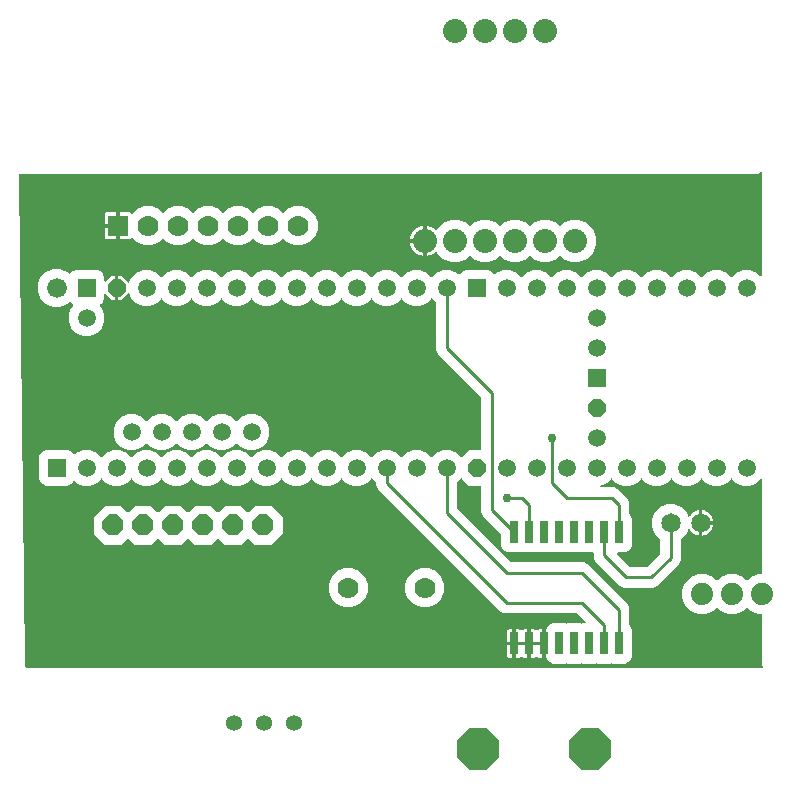
<source format=gbr>
G04 EAGLE Gerber RS-274X export*
G75*
%MOMM*%
%FSLAX34Y34*%
%LPD*%
%INTop Copper*%
%IPPOS*%
%AMOC8*
5,1,8,0,0,1.08239X$1,22.5*%
G01*
%ADD10C,1.651000*%
%ADD11R,0.700000X1.930000*%
%ADD12C,1.778000*%
%ADD13C,1.879600*%
%ADD14C,1.358000*%
%ADD15C,2.032000*%
%ADD16R,1.778000X1.778000*%
%ADD17R,1.508000X1.508000*%
%ADD18C,1.676400*%
%ADD19P,1.632244X8X112.500000*%
%ADD20C,1.508000*%
%ADD21P,1.924489X8X202.500000*%
%ADD22P,3.848979X8X22.500000*%
%ADD23C,0.250000*%
%ADD24C,0.756400*%

G36*
X316926Y-246121D02*
X316926Y-246121D01*
X316954Y-246123D01*
X317047Y-246101D01*
X317141Y-246086D01*
X317166Y-246073D01*
X317193Y-246066D01*
X317274Y-246015D01*
X317359Y-245970D01*
X317378Y-245950D01*
X317401Y-245935D01*
X317514Y-245811D01*
X318355Y-244654D01*
X318393Y-244579D01*
X318438Y-244509D01*
X318448Y-244470D01*
X318466Y-244434D01*
X318478Y-244352D01*
X318498Y-244271D01*
X318495Y-244231D01*
X318501Y-244191D01*
X318485Y-244109D01*
X318479Y-244026D01*
X318463Y-243989D01*
X318456Y-243949D01*
X318415Y-243876D01*
X318383Y-243799D01*
X318350Y-243758D01*
X318336Y-243734D01*
X318314Y-243714D01*
X318278Y-243668D01*
X317753Y-243144D01*
X317753Y-200914D01*
X317750Y-200894D01*
X317752Y-200875D01*
X317730Y-200773D01*
X317714Y-200671D01*
X317704Y-200654D01*
X317700Y-200634D01*
X317647Y-200545D01*
X317598Y-200454D01*
X317584Y-200440D01*
X317574Y-200423D01*
X317495Y-200356D01*
X317420Y-200284D01*
X317402Y-200276D01*
X317387Y-200263D01*
X317291Y-200224D01*
X317197Y-200181D01*
X317177Y-200179D01*
X317159Y-200171D01*
X316992Y-200153D01*
X314496Y-200153D01*
X308241Y-197562D01*
X305719Y-195040D01*
X305703Y-195029D01*
X305691Y-195013D01*
X305603Y-194957D01*
X305520Y-194897D01*
X305501Y-194891D01*
X305484Y-194880D01*
X305383Y-194855D01*
X305284Y-194824D01*
X305265Y-194825D01*
X305245Y-194820D01*
X305142Y-194828D01*
X305039Y-194831D01*
X305020Y-194838D01*
X305000Y-194839D01*
X304905Y-194880D01*
X304808Y-194915D01*
X304792Y-194928D01*
X304774Y-194936D01*
X304643Y-195040D01*
X302121Y-197562D01*
X295866Y-200153D01*
X289096Y-200153D01*
X282841Y-197562D01*
X280319Y-195040D01*
X280303Y-195029D01*
X280291Y-195013D01*
X280203Y-194957D01*
X280120Y-194897D01*
X280101Y-194891D01*
X280084Y-194880D01*
X279983Y-194855D01*
X279884Y-194824D01*
X279865Y-194825D01*
X279845Y-194820D01*
X279742Y-194828D01*
X279639Y-194831D01*
X279620Y-194838D01*
X279600Y-194839D01*
X279505Y-194880D01*
X279408Y-194915D01*
X279392Y-194928D01*
X279374Y-194936D01*
X279243Y-195040D01*
X276721Y-197562D01*
X270466Y-200153D01*
X263696Y-200153D01*
X257441Y-197562D01*
X252653Y-192774D01*
X250062Y-186519D01*
X250062Y-179749D01*
X252653Y-173494D01*
X257441Y-168706D01*
X263696Y-166115D01*
X270466Y-166115D01*
X276721Y-168706D01*
X279243Y-171228D01*
X279259Y-171239D01*
X279271Y-171255D01*
X279359Y-171311D01*
X279442Y-171371D01*
X279461Y-171377D01*
X279478Y-171388D01*
X279579Y-171413D01*
X279678Y-171444D01*
X279697Y-171443D01*
X279717Y-171448D01*
X279820Y-171440D01*
X279923Y-171437D01*
X279942Y-171430D01*
X279962Y-171429D01*
X280057Y-171388D01*
X280154Y-171353D01*
X280170Y-171340D01*
X280188Y-171332D01*
X280319Y-171228D01*
X282841Y-168706D01*
X289096Y-166115D01*
X295866Y-166115D01*
X302121Y-168706D01*
X304643Y-171228D01*
X304659Y-171239D01*
X304671Y-171255D01*
X304759Y-171311D01*
X304842Y-171371D01*
X304861Y-171377D01*
X304878Y-171388D01*
X304979Y-171413D01*
X305078Y-171444D01*
X305097Y-171443D01*
X305117Y-171448D01*
X305220Y-171440D01*
X305323Y-171437D01*
X305342Y-171430D01*
X305362Y-171429D01*
X305457Y-171388D01*
X305554Y-171353D01*
X305570Y-171340D01*
X305588Y-171332D01*
X305719Y-171228D01*
X308241Y-168706D01*
X314496Y-166115D01*
X316992Y-166115D01*
X317012Y-166112D01*
X317031Y-166114D01*
X317133Y-166092D01*
X317235Y-166076D01*
X317252Y-166066D01*
X317272Y-166062D01*
X317361Y-166009D01*
X317452Y-165960D01*
X317466Y-165946D01*
X317483Y-165936D01*
X317550Y-165857D01*
X317622Y-165782D01*
X317630Y-165764D01*
X317643Y-165749D01*
X317682Y-165653D01*
X317725Y-165559D01*
X317727Y-165539D01*
X317735Y-165521D01*
X317753Y-165354D01*
X317753Y-86525D01*
X317742Y-86454D01*
X317740Y-86383D01*
X317722Y-86334D01*
X317714Y-86282D01*
X317680Y-86219D01*
X317655Y-86152D01*
X317623Y-86111D01*
X317598Y-86065D01*
X317547Y-86016D01*
X317502Y-85960D01*
X317458Y-85931D01*
X317420Y-85896D01*
X317355Y-85865D01*
X317295Y-85827D01*
X317244Y-85814D01*
X317197Y-85792D01*
X317126Y-85784D01*
X317056Y-85767D01*
X317004Y-85771D01*
X316953Y-85765D01*
X316882Y-85780D01*
X316811Y-85786D01*
X316763Y-85806D01*
X316712Y-85817D01*
X316651Y-85854D01*
X316585Y-85882D01*
X316529Y-85927D01*
X316501Y-85943D01*
X316486Y-85961D01*
X316454Y-85987D01*
X313388Y-89053D01*
X307816Y-91361D01*
X301784Y-91361D01*
X296212Y-89053D01*
X292638Y-85479D01*
X292622Y-85467D01*
X292610Y-85452D01*
X292522Y-85395D01*
X292439Y-85335D01*
X292420Y-85329D01*
X292403Y-85319D01*
X292302Y-85293D01*
X292203Y-85263D01*
X292184Y-85263D01*
X292164Y-85259D01*
X292061Y-85267D01*
X291958Y-85269D01*
X291939Y-85276D01*
X291919Y-85278D01*
X291824Y-85318D01*
X291727Y-85354D01*
X291711Y-85366D01*
X291693Y-85374D01*
X291562Y-85479D01*
X287988Y-89053D01*
X282416Y-91361D01*
X276384Y-91361D01*
X270812Y-89053D01*
X267238Y-85479D01*
X267222Y-85467D01*
X267210Y-85452D01*
X267122Y-85396D01*
X267039Y-85335D01*
X267020Y-85329D01*
X267003Y-85319D01*
X266902Y-85293D01*
X266803Y-85263D01*
X266784Y-85263D01*
X266764Y-85259D01*
X266661Y-85267D01*
X266558Y-85269D01*
X266539Y-85276D01*
X266519Y-85278D01*
X266424Y-85318D01*
X266327Y-85354D01*
X266311Y-85366D01*
X266293Y-85374D01*
X266162Y-85479D01*
X262588Y-89053D01*
X257016Y-91361D01*
X250984Y-91361D01*
X245412Y-89053D01*
X241838Y-85479D01*
X241822Y-85467D01*
X241810Y-85452D01*
X241722Y-85395D01*
X241639Y-85335D01*
X241620Y-85329D01*
X241603Y-85319D01*
X241502Y-85293D01*
X241403Y-85263D01*
X241384Y-85263D01*
X241364Y-85259D01*
X241261Y-85267D01*
X241158Y-85269D01*
X241139Y-85276D01*
X241119Y-85278D01*
X241024Y-85318D01*
X240927Y-85354D01*
X240911Y-85366D01*
X240893Y-85374D01*
X240762Y-85479D01*
X237188Y-89053D01*
X231616Y-91361D01*
X225584Y-91361D01*
X220012Y-89053D01*
X216438Y-85479D01*
X216422Y-85467D01*
X216410Y-85452D01*
X216322Y-85395D01*
X216239Y-85335D01*
X216220Y-85329D01*
X216203Y-85319D01*
X216102Y-85293D01*
X216003Y-85263D01*
X215984Y-85263D01*
X215964Y-85259D01*
X215861Y-85267D01*
X215758Y-85269D01*
X215739Y-85276D01*
X215719Y-85278D01*
X215624Y-85318D01*
X215527Y-85354D01*
X215511Y-85366D01*
X215493Y-85374D01*
X215362Y-85479D01*
X211788Y-89053D01*
X206216Y-91361D01*
X200184Y-91361D01*
X194612Y-89053D01*
X191038Y-85479D01*
X191022Y-85467D01*
X191010Y-85452D01*
X190922Y-85395D01*
X190839Y-85335D01*
X190820Y-85329D01*
X190803Y-85319D01*
X190702Y-85293D01*
X190603Y-85263D01*
X190584Y-85263D01*
X190564Y-85259D01*
X190461Y-85267D01*
X190358Y-85269D01*
X190339Y-85276D01*
X190319Y-85278D01*
X190224Y-85318D01*
X190127Y-85354D01*
X190111Y-85366D01*
X190093Y-85374D01*
X189962Y-85479D01*
X186388Y-89053D01*
X181047Y-91265D01*
X180965Y-91316D01*
X180879Y-91362D01*
X180861Y-91381D01*
X180838Y-91394D01*
X180776Y-91469D01*
X180709Y-91540D01*
X180698Y-91564D01*
X180682Y-91584D01*
X180647Y-91675D01*
X180606Y-91763D01*
X180603Y-91789D01*
X180593Y-91813D01*
X180589Y-91911D01*
X180579Y-92007D01*
X180584Y-92033D01*
X180583Y-92059D01*
X180610Y-92153D01*
X180631Y-92248D01*
X180644Y-92270D01*
X180651Y-92295D01*
X180707Y-92375D01*
X180757Y-92459D01*
X180777Y-92476D01*
X180792Y-92497D01*
X180870Y-92556D01*
X180944Y-92619D01*
X180968Y-92629D01*
X180989Y-92644D01*
X181082Y-92674D01*
X181172Y-92711D01*
X181204Y-92714D01*
X181223Y-92720D01*
X181256Y-92720D01*
X181339Y-92729D01*
X192264Y-92729D01*
X195525Y-94080D01*
X204370Y-102925D01*
X205721Y-106186D01*
X205721Y-115328D01*
X205735Y-115418D01*
X205743Y-115509D01*
X205755Y-115539D01*
X205760Y-115571D01*
X205803Y-115652D01*
X205839Y-115735D01*
X205865Y-115768D01*
X205876Y-115788D01*
X205899Y-115810D01*
X205944Y-115866D01*
X206811Y-116733D01*
X207971Y-119534D01*
X207971Y-141866D01*
X206811Y-144667D01*
X204667Y-146811D01*
X201866Y-147971D01*
X195992Y-147971D01*
X195921Y-147982D01*
X195849Y-147984D01*
X195800Y-148002D01*
X195749Y-148010D01*
X195686Y-148044D01*
X195618Y-148069D01*
X195578Y-148101D01*
X195532Y-148126D01*
X195482Y-148178D01*
X195426Y-148222D01*
X195398Y-148266D01*
X195362Y-148304D01*
X195332Y-148369D01*
X195293Y-148429D01*
X195280Y-148480D01*
X195259Y-148527D01*
X195251Y-148598D01*
X195233Y-148668D01*
X195237Y-148720D01*
X195231Y-148771D01*
X195247Y-148842D01*
X195252Y-148913D01*
X195273Y-148961D01*
X195284Y-149012D01*
X195321Y-149073D01*
X195349Y-149139D01*
X195393Y-149195D01*
X195410Y-149223D01*
X195428Y-149238D01*
X195453Y-149270D01*
X206126Y-159943D01*
X206200Y-159996D01*
X206270Y-160056D01*
X206300Y-160068D01*
X206326Y-160087D01*
X206413Y-160114D01*
X206498Y-160148D01*
X206539Y-160152D01*
X206561Y-160159D01*
X206593Y-160158D01*
X206665Y-160166D01*
X219784Y-160166D01*
X219874Y-160152D01*
X219965Y-160144D01*
X219995Y-160132D01*
X220027Y-160127D01*
X220108Y-160084D01*
X220192Y-160048D01*
X220224Y-160022D01*
X220244Y-160011D01*
X220267Y-159988D01*
X220323Y-159943D01*
X231444Y-148822D01*
X231497Y-148748D01*
X231557Y-148678D01*
X231569Y-148648D01*
X231588Y-148622D01*
X231615Y-148535D01*
X231649Y-148450D01*
X231653Y-148409D01*
X231660Y-148387D01*
X231659Y-148355D01*
X231667Y-148283D01*
X231667Y-136832D01*
X231653Y-136742D01*
X231645Y-136651D01*
X231633Y-136622D01*
X231628Y-136590D01*
X231585Y-136509D01*
X231549Y-136425D01*
X231523Y-136393D01*
X231512Y-136372D01*
X231489Y-136350D01*
X231444Y-136294D01*
X227079Y-131929D01*
X224662Y-126094D01*
X224662Y-119778D01*
X227079Y-113943D01*
X231545Y-109477D01*
X237380Y-107060D01*
X243696Y-107060D01*
X249531Y-109477D01*
X253997Y-113943D01*
X255341Y-117188D01*
X255363Y-117224D01*
X255377Y-117264D01*
X255428Y-117328D01*
X255471Y-117397D01*
X255503Y-117424D01*
X255529Y-117458D01*
X255597Y-117502D01*
X255660Y-117554D01*
X255700Y-117569D01*
X255735Y-117593D01*
X255814Y-117613D01*
X255890Y-117642D01*
X255932Y-117644D01*
X255973Y-117655D01*
X256054Y-117649D01*
X256135Y-117653D01*
X256176Y-117641D01*
X256218Y-117638D01*
X256293Y-117607D01*
X256372Y-117584D01*
X256406Y-117560D01*
X256445Y-117544D01*
X256507Y-117490D01*
X256574Y-117444D01*
X256599Y-117410D01*
X256631Y-117382D01*
X256663Y-117334D01*
X256669Y-117326D01*
X257704Y-115903D01*
X258905Y-114702D01*
X260280Y-113703D01*
X261794Y-112931D01*
X263410Y-112406D01*
X264415Y-112247D01*
X264415Y-122174D01*
X264418Y-122194D01*
X264416Y-122213D01*
X264438Y-122315D01*
X264455Y-122417D01*
X264464Y-122434D01*
X264468Y-122454D01*
X264521Y-122543D01*
X264570Y-122634D01*
X264584Y-122648D01*
X264594Y-122665D01*
X264673Y-122732D01*
X264748Y-122803D01*
X264766Y-122812D01*
X264781Y-122825D01*
X264877Y-122863D01*
X264971Y-122907D01*
X264991Y-122909D01*
X265009Y-122917D01*
X265176Y-122935D01*
X265939Y-122935D01*
X265939Y-122937D01*
X265176Y-122937D01*
X265156Y-122940D01*
X265137Y-122938D01*
X265035Y-122960D01*
X264933Y-122977D01*
X264916Y-122986D01*
X264896Y-122990D01*
X264807Y-123043D01*
X264716Y-123092D01*
X264702Y-123106D01*
X264685Y-123116D01*
X264618Y-123195D01*
X264547Y-123270D01*
X264538Y-123288D01*
X264525Y-123303D01*
X264486Y-123399D01*
X264443Y-123493D01*
X264441Y-123513D01*
X264433Y-123531D01*
X264415Y-123698D01*
X264415Y-133625D01*
X263410Y-133466D01*
X261794Y-132941D01*
X260280Y-132169D01*
X258905Y-131170D01*
X257704Y-129969D01*
X256685Y-128568D01*
X256681Y-128557D01*
X256626Y-128497D01*
X256577Y-128432D01*
X256543Y-128407D01*
X256514Y-128376D01*
X256443Y-128337D01*
X256376Y-128290D01*
X256336Y-128278D01*
X256299Y-128258D01*
X256219Y-128243D01*
X256141Y-128220D01*
X256098Y-128221D01*
X256057Y-128214D01*
X255976Y-128226D01*
X255895Y-128229D01*
X255855Y-128243D01*
X255813Y-128250D01*
X255741Y-128287D01*
X255665Y-128315D01*
X255632Y-128342D01*
X255594Y-128361D01*
X255537Y-128419D01*
X255474Y-128471D01*
X255452Y-128507D01*
X255422Y-128537D01*
X255348Y-128671D01*
X255343Y-128679D01*
X255343Y-128681D01*
X255341Y-128684D01*
X253997Y-131929D01*
X249632Y-136294D01*
X249579Y-136368D01*
X249519Y-136437D01*
X249507Y-136468D01*
X249488Y-136494D01*
X249461Y-136581D01*
X249427Y-136666D01*
X249423Y-136707D01*
X249416Y-136729D01*
X249417Y-136761D01*
X249409Y-136832D01*
X249409Y-154037D01*
X248058Y-157298D01*
X228799Y-176557D01*
X225538Y-177908D01*
X200911Y-177908D01*
X197650Y-176557D01*
X176630Y-155537D01*
X175279Y-152276D01*
X175279Y-148732D01*
X175276Y-148712D01*
X175278Y-148693D01*
X175256Y-148591D01*
X175240Y-148489D01*
X175230Y-148472D01*
X175226Y-148452D01*
X175173Y-148363D01*
X175124Y-148272D01*
X175110Y-148258D01*
X175100Y-148241D01*
X175021Y-148174D01*
X174946Y-148102D01*
X174928Y-148094D01*
X174913Y-148081D01*
X174817Y-148042D01*
X174723Y-147999D01*
X174703Y-147997D01*
X174685Y-147989D01*
X174518Y-147971D01*
X166434Y-147971D01*
X165391Y-147539D01*
X165303Y-147518D01*
X165216Y-147490D01*
X165183Y-147490D01*
X165152Y-147483D01*
X165061Y-147491D01*
X164970Y-147492D01*
X164930Y-147504D01*
X164907Y-147506D01*
X164878Y-147519D01*
X164809Y-147539D01*
X163766Y-147971D01*
X153734Y-147971D01*
X152691Y-147539D01*
X152603Y-147518D01*
X152516Y-147490D01*
X152483Y-147490D01*
X152452Y-147483D01*
X152361Y-147491D01*
X152270Y-147492D01*
X152230Y-147504D01*
X152207Y-147506D01*
X152178Y-147519D01*
X152109Y-147539D01*
X151066Y-147971D01*
X141034Y-147971D01*
X139991Y-147539D01*
X139903Y-147518D01*
X139816Y-147490D01*
X139783Y-147490D01*
X139752Y-147483D01*
X139661Y-147491D01*
X139570Y-147492D01*
X139530Y-147504D01*
X139507Y-147506D01*
X139478Y-147519D01*
X139409Y-147539D01*
X138366Y-147971D01*
X128334Y-147971D01*
X127291Y-147539D01*
X127203Y-147518D01*
X127116Y-147490D01*
X127083Y-147490D01*
X127052Y-147483D01*
X126961Y-147491D01*
X126870Y-147492D01*
X126830Y-147504D01*
X126807Y-147506D01*
X126778Y-147519D01*
X126709Y-147539D01*
X125666Y-147971D01*
X115634Y-147971D01*
X114591Y-147539D01*
X114503Y-147518D01*
X114416Y-147490D01*
X114383Y-147490D01*
X114352Y-147483D01*
X114261Y-147491D01*
X114170Y-147492D01*
X114130Y-147504D01*
X114107Y-147506D01*
X114078Y-147519D01*
X114009Y-147539D01*
X112966Y-147971D01*
X102934Y-147971D01*
X100133Y-146811D01*
X97989Y-144667D01*
X96829Y-141866D01*
X96829Y-132440D01*
X96815Y-132350D01*
X96807Y-132259D01*
X96795Y-132229D01*
X96790Y-132197D01*
X96747Y-132116D01*
X96711Y-132032D01*
X96685Y-132000D01*
X96674Y-131980D01*
X96651Y-131957D01*
X96606Y-131901D01*
X82598Y-117893D01*
X81380Y-116675D01*
X80029Y-113414D01*
X80029Y-92122D01*
X80026Y-92102D01*
X80028Y-92083D01*
X80006Y-91981D01*
X79990Y-91879D01*
X79980Y-91862D01*
X79976Y-91842D01*
X79923Y-91753D01*
X79874Y-91662D01*
X79860Y-91648D01*
X79850Y-91631D01*
X79771Y-91564D01*
X79696Y-91492D01*
X79678Y-91484D01*
X79663Y-91471D01*
X79567Y-91432D01*
X79473Y-91389D01*
X79453Y-91387D01*
X79435Y-91379D01*
X79268Y-91361D01*
X69920Y-91361D01*
X64038Y-85479D01*
X64022Y-85467D01*
X64010Y-85452D01*
X63922Y-85395D01*
X63839Y-85335D01*
X63820Y-85329D01*
X63803Y-85319D01*
X63702Y-85293D01*
X63603Y-85263D01*
X63584Y-85263D01*
X63564Y-85259D01*
X63461Y-85267D01*
X63358Y-85269D01*
X63339Y-85276D01*
X63319Y-85278D01*
X63224Y-85318D01*
X63127Y-85354D01*
X63111Y-85366D01*
X63093Y-85374D01*
X62962Y-85479D01*
X59894Y-88547D01*
X59841Y-88621D01*
X59781Y-88690D01*
X59769Y-88720D01*
X59750Y-88747D01*
X59723Y-88834D01*
X59689Y-88918D01*
X59685Y-88959D01*
X59678Y-88982D01*
X59679Y-89014D01*
X59671Y-89085D01*
X59671Y-110310D01*
X59685Y-110400D01*
X59693Y-110491D01*
X59705Y-110521D01*
X59710Y-110553D01*
X59753Y-110634D01*
X59789Y-110718D01*
X59815Y-110750D01*
X59826Y-110770D01*
X59849Y-110793D01*
X59894Y-110849D01*
X105051Y-156006D01*
X105125Y-156059D01*
X105195Y-156119D01*
X105225Y-156131D01*
X105251Y-156150D01*
X105338Y-156177D01*
X105423Y-156211D01*
X105464Y-156215D01*
X105486Y-156222D01*
X105518Y-156221D01*
X105590Y-156229D01*
X166864Y-156229D01*
X170125Y-157580D01*
X204370Y-191825D01*
X205721Y-195086D01*
X205721Y-209528D01*
X205735Y-209618D01*
X205743Y-209709D01*
X205755Y-209739D01*
X205760Y-209771D01*
X205803Y-209852D01*
X205839Y-209935D01*
X205865Y-209968D01*
X205876Y-209988D01*
X205899Y-210010D01*
X205944Y-210066D01*
X206811Y-210933D01*
X207971Y-213734D01*
X207971Y-236066D01*
X206811Y-238867D01*
X204667Y-241011D01*
X201866Y-242171D01*
X191834Y-242171D01*
X190791Y-241739D01*
X190702Y-241718D01*
X190616Y-241690D01*
X190583Y-241690D01*
X190552Y-241683D01*
X190461Y-241691D01*
X190370Y-241692D01*
X190330Y-241704D01*
X190307Y-241706D01*
X190278Y-241719D01*
X190209Y-241739D01*
X189166Y-242171D01*
X179134Y-242171D01*
X178091Y-241739D01*
X178002Y-241718D01*
X177916Y-241690D01*
X177883Y-241690D01*
X177852Y-241683D01*
X177761Y-241691D01*
X177670Y-241692D01*
X177630Y-241704D01*
X177607Y-241706D01*
X177578Y-241719D01*
X177509Y-241739D01*
X176466Y-242171D01*
X166434Y-242171D01*
X165391Y-241739D01*
X165302Y-241718D01*
X165216Y-241690D01*
X165183Y-241690D01*
X165152Y-241683D01*
X165061Y-241691D01*
X164970Y-241692D01*
X164930Y-241704D01*
X164907Y-241706D01*
X164878Y-241719D01*
X164809Y-241739D01*
X163766Y-242171D01*
X153734Y-242171D01*
X152691Y-241739D01*
X152602Y-241718D01*
X152516Y-241690D01*
X152483Y-241690D01*
X152452Y-241683D01*
X152361Y-241691D01*
X152270Y-241692D01*
X152230Y-241704D01*
X152207Y-241706D01*
X152178Y-241719D01*
X152109Y-241739D01*
X151066Y-242171D01*
X141034Y-242171D01*
X138233Y-241011D01*
X136089Y-238867D01*
X135548Y-237561D01*
X135487Y-237461D01*
X135427Y-237361D01*
X135422Y-237357D01*
X135419Y-237352D01*
X135329Y-237277D01*
X135240Y-237201D01*
X135234Y-237199D01*
X135229Y-237195D01*
X135121Y-237153D01*
X135012Y-237109D01*
X135004Y-237108D01*
X135000Y-237107D01*
X134981Y-237106D01*
X134873Y-237094D01*
X134873Y-225662D01*
X134870Y-225642D01*
X134872Y-225623D01*
X134850Y-225521D01*
X134833Y-225419D01*
X134824Y-225402D01*
X134820Y-225382D01*
X134767Y-225293D01*
X134718Y-225202D01*
X134704Y-225188D01*
X134694Y-225171D01*
X134615Y-225104D01*
X134540Y-225033D01*
X134522Y-225024D01*
X134507Y-225011D01*
X134411Y-224972D01*
X134317Y-224929D01*
X134297Y-224927D01*
X134279Y-224919D01*
X134112Y-224901D01*
X133349Y-224901D01*
X133349Y-224899D01*
X134112Y-224899D01*
X134132Y-224896D01*
X134151Y-224898D01*
X134253Y-224876D01*
X134355Y-224859D01*
X134372Y-224850D01*
X134392Y-224846D01*
X134481Y-224793D01*
X134572Y-224744D01*
X134586Y-224730D01*
X134603Y-224720D01*
X134670Y-224641D01*
X134741Y-224566D01*
X134750Y-224548D01*
X134763Y-224533D01*
X134802Y-224437D01*
X134845Y-224343D01*
X134847Y-224323D01*
X134855Y-224305D01*
X134873Y-224138D01*
X134873Y-212705D01*
X134960Y-212690D01*
X135076Y-212673D01*
X135082Y-212671D01*
X135088Y-212670D01*
X135191Y-212615D01*
X135295Y-212562D01*
X135300Y-212557D01*
X135305Y-212554D01*
X135385Y-212470D01*
X135468Y-212386D01*
X135471Y-212380D01*
X135475Y-212376D01*
X135482Y-212359D01*
X135548Y-212239D01*
X136089Y-210933D01*
X138233Y-208789D01*
X141034Y-207629D01*
X151066Y-207629D01*
X152109Y-208061D01*
X152197Y-208082D01*
X152284Y-208110D01*
X152317Y-208110D01*
X152348Y-208117D01*
X152439Y-208109D01*
X152530Y-208108D01*
X152570Y-208096D01*
X152593Y-208094D01*
X152622Y-208081D01*
X152691Y-208061D01*
X153734Y-207629D01*
X163766Y-207629D01*
X164809Y-208061D01*
X164897Y-208082D01*
X164984Y-208110D01*
X165017Y-208110D01*
X165048Y-208117D01*
X165139Y-208109D01*
X165230Y-208108D01*
X165270Y-208096D01*
X165293Y-208094D01*
X165322Y-208081D01*
X165391Y-208061D01*
X166434Y-207629D01*
X167846Y-207629D01*
X167917Y-207618D01*
X167989Y-207616D01*
X168038Y-207598D01*
X168089Y-207590D01*
X168152Y-207556D01*
X168220Y-207531D01*
X168260Y-207499D01*
X168306Y-207474D01*
X168356Y-207422D01*
X168412Y-207378D01*
X168440Y-207334D01*
X168476Y-207296D01*
X168506Y-207231D01*
X168545Y-207171D01*
X168558Y-207120D01*
X168579Y-207073D01*
X168587Y-207002D01*
X168605Y-206932D01*
X168601Y-206880D01*
X168607Y-206829D01*
X168591Y-206758D01*
X168586Y-206687D01*
X168565Y-206639D01*
X168554Y-206588D01*
X168517Y-206527D01*
X168489Y-206461D01*
X168445Y-206405D01*
X168428Y-206377D01*
X168410Y-206362D01*
X168385Y-206330D01*
X161649Y-199594D01*
X161575Y-199541D01*
X161505Y-199481D01*
X161475Y-199469D01*
X161449Y-199450D01*
X161362Y-199423D01*
X161277Y-199389D01*
X161236Y-199385D01*
X161214Y-199378D01*
X161182Y-199379D01*
X161110Y-199371D01*
X99836Y-199371D01*
X96575Y-198020D01*
X-4918Y-96527D01*
X-7520Y-93925D01*
X-8871Y-90664D01*
X-8871Y-89085D01*
X-8885Y-88995D01*
X-8893Y-88904D01*
X-8905Y-88874D01*
X-8910Y-88842D01*
X-8953Y-88762D01*
X-8989Y-88678D01*
X-9015Y-88646D01*
X-9026Y-88625D01*
X-9049Y-88603D01*
X-9094Y-88547D01*
X-12162Y-85479D01*
X-12178Y-85467D01*
X-12190Y-85452D01*
X-12278Y-85395D01*
X-12361Y-85335D01*
X-12380Y-85329D01*
X-12397Y-85319D01*
X-12498Y-85293D01*
X-12597Y-85263D01*
X-12616Y-85263D01*
X-12636Y-85259D01*
X-12739Y-85267D01*
X-12842Y-85269D01*
X-12861Y-85276D01*
X-12881Y-85278D01*
X-12976Y-85318D01*
X-13073Y-85354D01*
X-13089Y-85366D01*
X-13107Y-85374D01*
X-13238Y-85479D01*
X-16812Y-89053D01*
X-22384Y-91361D01*
X-28416Y-91361D01*
X-33988Y-89053D01*
X-37562Y-85479D01*
X-37578Y-85467D01*
X-37590Y-85452D01*
X-37678Y-85395D01*
X-37761Y-85335D01*
X-37780Y-85329D01*
X-37797Y-85319D01*
X-37898Y-85293D01*
X-37997Y-85263D01*
X-38016Y-85263D01*
X-38036Y-85259D01*
X-38139Y-85267D01*
X-38242Y-85269D01*
X-38261Y-85276D01*
X-38281Y-85278D01*
X-38376Y-85318D01*
X-38473Y-85354D01*
X-38489Y-85366D01*
X-38507Y-85374D01*
X-38638Y-85479D01*
X-42212Y-89053D01*
X-47784Y-91361D01*
X-53816Y-91361D01*
X-59388Y-89053D01*
X-62962Y-85479D01*
X-62978Y-85467D01*
X-62990Y-85452D01*
X-63078Y-85395D01*
X-63161Y-85335D01*
X-63180Y-85329D01*
X-63197Y-85319D01*
X-63298Y-85293D01*
X-63397Y-85263D01*
X-63416Y-85263D01*
X-63436Y-85259D01*
X-63539Y-85267D01*
X-63642Y-85269D01*
X-63661Y-85276D01*
X-63681Y-85278D01*
X-63776Y-85318D01*
X-63873Y-85354D01*
X-63889Y-85366D01*
X-63907Y-85374D01*
X-64038Y-85479D01*
X-67612Y-89053D01*
X-73184Y-91361D01*
X-79216Y-91361D01*
X-84788Y-89053D01*
X-88362Y-85479D01*
X-88378Y-85467D01*
X-88390Y-85452D01*
X-88478Y-85395D01*
X-88561Y-85335D01*
X-88580Y-85329D01*
X-88597Y-85319D01*
X-88698Y-85293D01*
X-88797Y-85263D01*
X-88816Y-85263D01*
X-88836Y-85259D01*
X-88939Y-85267D01*
X-89042Y-85269D01*
X-89061Y-85276D01*
X-89081Y-85278D01*
X-89176Y-85318D01*
X-89273Y-85354D01*
X-89289Y-85366D01*
X-89307Y-85374D01*
X-89438Y-85479D01*
X-93012Y-89053D01*
X-98584Y-91361D01*
X-104616Y-91361D01*
X-110188Y-89053D01*
X-113762Y-85479D01*
X-113778Y-85467D01*
X-113790Y-85452D01*
X-113878Y-85395D01*
X-113961Y-85335D01*
X-113980Y-85329D01*
X-113997Y-85319D01*
X-114098Y-85293D01*
X-114197Y-85263D01*
X-114216Y-85263D01*
X-114236Y-85259D01*
X-114339Y-85267D01*
X-114442Y-85269D01*
X-114461Y-85276D01*
X-114481Y-85278D01*
X-114576Y-85318D01*
X-114673Y-85354D01*
X-114689Y-85366D01*
X-114707Y-85374D01*
X-114838Y-85479D01*
X-118412Y-89053D01*
X-123984Y-91361D01*
X-130016Y-91361D01*
X-135588Y-89053D01*
X-139162Y-85479D01*
X-139178Y-85467D01*
X-139190Y-85452D01*
X-139278Y-85395D01*
X-139361Y-85335D01*
X-139380Y-85329D01*
X-139397Y-85319D01*
X-139498Y-85293D01*
X-139597Y-85263D01*
X-139616Y-85263D01*
X-139636Y-85259D01*
X-139739Y-85267D01*
X-139842Y-85269D01*
X-139861Y-85276D01*
X-139881Y-85278D01*
X-139976Y-85318D01*
X-140073Y-85354D01*
X-140089Y-85366D01*
X-140107Y-85374D01*
X-140238Y-85479D01*
X-143812Y-89053D01*
X-149384Y-91361D01*
X-155416Y-91361D01*
X-160988Y-89053D01*
X-164562Y-85479D01*
X-164578Y-85467D01*
X-164590Y-85452D01*
X-164678Y-85395D01*
X-164761Y-85335D01*
X-164780Y-85329D01*
X-164797Y-85319D01*
X-164898Y-85293D01*
X-164997Y-85263D01*
X-165016Y-85263D01*
X-165036Y-85259D01*
X-165139Y-85267D01*
X-165242Y-85269D01*
X-165261Y-85276D01*
X-165281Y-85278D01*
X-165376Y-85318D01*
X-165473Y-85354D01*
X-165489Y-85366D01*
X-165507Y-85374D01*
X-165638Y-85479D01*
X-169212Y-89053D01*
X-174784Y-91361D01*
X-180816Y-91361D01*
X-186388Y-89053D01*
X-189962Y-85479D01*
X-189978Y-85467D01*
X-189990Y-85452D01*
X-190078Y-85395D01*
X-190161Y-85335D01*
X-190180Y-85329D01*
X-190197Y-85319D01*
X-190298Y-85293D01*
X-190397Y-85263D01*
X-190416Y-85263D01*
X-190436Y-85259D01*
X-190539Y-85267D01*
X-190642Y-85269D01*
X-190661Y-85276D01*
X-190681Y-85278D01*
X-190776Y-85318D01*
X-190873Y-85354D01*
X-190889Y-85366D01*
X-190907Y-85374D01*
X-191038Y-85479D01*
X-194612Y-89053D01*
X-200184Y-91361D01*
X-206216Y-91361D01*
X-211788Y-89053D01*
X-215362Y-85479D01*
X-215378Y-85467D01*
X-215390Y-85452D01*
X-215478Y-85395D01*
X-215561Y-85335D01*
X-215580Y-85329D01*
X-215597Y-85319D01*
X-215698Y-85293D01*
X-215797Y-85263D01*
X-215816Y-85263D01*
X-215836Y-85259D01*
X-215939Y-85267D01*
X-216042Y-85269D01*
X-216061Y-85276D01*
X-216081Y-85278D01*
X-216176Y-85318D01*
X-216273Y-85354D01*
X-216289Y-85366D01*
X-216307Y-85374D01*
X-216438Y-85479D01*
X-220012Y-89053D01*
X-225584Y-91361D01*
X-231616Y-91361D01*
X-237188Y-89053D01*
X-240762Y-85479D01*
X-240778Y-85467D01*
X-240790Y-85452D01*
X-240878Y-85395D01*
X-240961Y-85335D01*
X-240980Y-85329D01*
X-240997Y-85319D01*
X-241098Y-85293D01*
X-241197Y-85263D01*
X-241216Y-85263D01*
X-241236Y-85259D01*
X-241339Y-85267D01*
X-241442Y-85269D01*
X-241461Y-85276D01*
X-241481Y-85278D01*
X-241576Y-85318D01*
X-241673Y-85354D01*
X-241689Y-85366D01*
X-241707Y-85374D01*
X-241838Y-85479D01*
X-245412Y-89053D01*
X-250984Y-91361D01*
X-257016Y-91361D01*
X-262588Y-89053D01*
X-264062Y-87578D01*
X-264099Y-87552D01*
X-264130Y-87518D01*
X-264199Y-87480D01*
X-264262Y-87435D01*
X-264306Y-87421D01*
X-264346Y-87399D01*
X-264423Y-87385D01*
X-264497Y-87363D01*
X-264543Y-87364D01*
X-264588Y-87356D01*
X-264665Y-87367D01*
X-264743Y-87369D01*
X-264786Y-87385D01*
X-264831Y-87391D01*
X-264901Y-87427D01*
X-264974Y-87453D01*
X-265010Y-87482D01*
X-265051Y-87503D01*
X-265105Y-87558D01*
X-265166Y-87607D01*
X-265191Y-87646D01*
X-265223Y-87678D01*
X-265289Y-87798D01*
X-265299Y-87814D01*
X-265300Y-87819D01*
X-265304Y-87825D01*
X-265399Y-88057D01*
X-267543Y-90201D01*
X-270344Y-91361D01*
X-288456Y-91361D01*
X-291257Y-90201D01*
X-293401Y-88057D01*
X-294561Y-85256D01*
X-294561Y-67144D01*
X-293401Y-64343D01*
X-291257Y-62199D01*
X-288456Y-61039D01*
X-270344Y-61039D01*
X-267543Y-62199D01*
X-265399Y-64343D01*
X-265304Y-64575D01*
X-265279Y-64614D01*
X-265264Y-64657D01*
X-265215Y-64717D01*
X-265174Y-64784D01*
X-265139Y-64813D01*
X-265110Y-64849D01*
X-265045Y-64891D01*
X-264985Y-64940D01*
X-264942Y-64957D01*
X-264903Y-64982D01*
X-264828Y-65001D01*
X-264755Y-65029D01*
X-264709Y-65031D01*
X-264665Y-65042D01*
X-264587Y-65036D01*
X-264509Y-65039D01*
X-264465Y-65026D01*
X-264419Y-65023D01*
X-264348Y-64992D01*
X-264273Y-64971D01*
X-264235Y-64944D01*
X-264193Y-64926D01*
X-264086Y-64841D01*
X-264071Y-64830D01*
X-264068Y-64826D01*
X-264062Y-64822D01*
X-262588Y-63347D01*
X-257016Y-61039D01*
X-250984Y-61039D01*
X-245412Y-63347D01*
X-241838Y-66921D01*
X-241822Y-66933D01*
X-241810Y-66948D01*
X-241722Y-67004D01*
X-241639Y-67065D01*
X-241620Y-67071D01*
X-241603Y-67081D01*
X-241502Y-67107D01*
X-241403Y-67137D01*
X-241384Y-67137D01*
X-241364Y-67141D01*
X-241261Y-67133D01*
X-241158Y-67131D01*
X-241139Y-67124D01*
X-241119Y-67122D01*
X-241024Y-67082D01*
X-240927Y-67046D01*
X-240911Y-67034D01*
X-240893Y-67026D01*
X-240762Y-66921D01*
X-237188Y-63347D01*
X-231616Y-61039D01*
X-225584Y-61039D01*
X-220012Y-63347D01*
X-216438Y-66921D01*
X-216422Y-66933D01*
X-216410Y-66948D01*
X-216322Y-67004D01*
X-216239Y-67065D01*
X-216220Y-67071D01*
X-216203Y-67081D01*
X-216102Y-67107D01*
X-216003Y-67137D01*
X-215984Y-67137D01*
X-215964Y-67141D01*
X-215861Y-67133D01*
X-215758Y-67131D01*
X-215739Y-67124D01*
X-215719Y-67122D01*
X-215624Y-67082D01*
X-215527Y-67046D01*
X-215511Y-67034D01*
X-215493Y-67026D01*
X-215362Y-66921D01*
X-211788Y-63347D01*
X-206216Y-61039D01*
X-200184Y-61039D01*
X-194612Y-63347D01*
X-191038Y-66921D01*
X-191022Y-66933D01*
X-191010Y-66948D01*
X-190922Y-67004D01*
X-190839Y-67065D01*
X-190820Y-67071D01*
X-190803Y-67081D01*
X-190702Y-67107D01*
X-190603Y-67137D01*
X-190584Y-67137D01*
X-190564Y-67141D01*
X-190461Y-67133D01*
X-190358Y-67131D01*
X-190339Y-67124D01*
X-190319Y-67122D01*
X-190224Y-67082D01*
X-190127Y-67046D01*
X-190111Y-67034D01*
X-190093Y-67026D01*
X-189962Y-66921D01*
X-186388Y-63347D01*
X-180816Y-61039D01*
X-174784Y-61039D01*
X-169212Y-63347D01*
X-165638Y-66921D01*
X-165622Y-66933D01*
X-165610Y-66948D01*
X-165522Y-67004D01*
X-165439Y-67065D01*
X-165420Y-67071D01*
X-165403Y-67081D01*
X-165302Y-67107D01*
X-165203Y-67137D01*
X-165184Y-67137D01*
X-165164Y-67141D01*
X-165061Y-67133D01*
X-164958Y-67131D01*
X-164939Y-67124D01*
X-164919Y-67122D01*
X-164824Y-67082D01*
X-164727Y-67046D01*
X-164711Y-67034D01*
X-164693Y-67026D01*
X-164562Y-66921D01*
X-160988Y-63347D01*
X-155416Y-61039D01*
X-149384Y-61039D01*
X-143812Y-63347D01*
X-140238Y-66921D01*
X-140222Y-66933D01*
X-140210Y-66948D01*
X-140122Y-67004D01*
X-140039Y-67065D01*
X-140020Y-67071D01*
X-140003Y-67081D01*
X-139902Y-67107D01*
X-139803Y-67137D01*
X-139784Y-67137D01*
X-139764Y-67141D01*
X-139661Y-67133D01*
X-139558Y-67131D01*
X-139539Y-67124D01*
X-139519Y-67122D01*
X-139424Y-67082D01*
X-139327Y-67046D01*
X-139311Y-67034D01*
X-139293Y-67026D01*
X-139162Y-66921D01*
X-135588Y-63347D01*
X-130016Y-61039D01*
X-123984Y-61039D01*
X-118412Y-63347D01*
X-114838Y-66921D01*
X-114822Y-66933D01*
X-114810Y-66948D01*
X-114722Y-67004D01*
X-114639Y-67065D01*
X-114620Y-67071D01*
X-114603Y-67081D01*
X-114502Y-67107D01*
X-114403Y-67137D01*
X-114384Y-67137D01*
X-114364Y-67141D01*
X-114261Y-67133D01*
X-114158Y-67131D01*
X-114139Y-67124D01*
X-114119Y-67122D01*
X-114024Y-67082D01*
X-113927Y-67046D01*
X-113911Y-67034D01*
X-113893Y-67026D01*
X-113762Y-66921D01*
X-110188Y-63347D01*
X-104616Y-61039D01*
X-98584Y-61039D01*
X-93012Y-63347D01*
X-89438Y-66921D01*
X-89422Y-66933D01*
X-89410Y-66948D01*
X-89322Y-67004D01*
X-89239Y-67065D01*
X-89220Y-67071D01*
X-89203Y-67081D01*
X-89102Y-67107D01*
X-89003Y-67137D01*
X-88984Y-67137D01*
X-88964Y-67141D01*
X-88861Y-67133D01*
X-88758Y-67131D01*
X-88739Y-67124D01*
X-88719Y-67122D01*
X-88624Y-67082D01*
X-88527Y-67046D01*
X-88511Y-67034D01*
X-88493Y-67026D01*
X-88362Y-66921D01*
X-84788Y-63347D01*
X-79216Y-61039D01*
X-73184Y-61039D01*
X-67612Y-63347D01*
X-64038Y-66921D01*
X-64022Y-66933D01*
X-64010Y-66948D01*
X-63922Y-67004D01*
X-63839Y-67065D01*
X-63820Y-67071D01*
X-63803Y-67081D01*
X-63702Y-67107D01*
X-63603Y-67137D01*
X-63584Y-67137D01*
X-63564Y-67141D01*
X-63461Y-67133D01*
X-63358Y-67131D01*
X-63339Y-67124D01*
X-63319Y-67122D01*
X-63224Y-67082D01*
X-63127Y-67046D01*
X-63111Y-67034D01*
X-63093Y-67026D01*
X-62962Y-66921D01*
X-59388Y-63347D01*
X-53816Y-61039D01*
X-47784Y-61039D01*
X-42212Y-63347D01*
X-38638Y-66921D01*
X-38622Y-66933D01*
X-38610Y-66948D01*
X-38522Y-67004D01*
X-38439Y-67065D01*
X-38420Y-67071D01*
X-38403Y-67081D01*
X-38302Y-67107D01*
X-38203Y-67137D01*
X-38184Y-67137D01*
X-38164Y-67141D01*
X-38061Y-67133D01*
X-37958Y-67131D01*
X-37939Y-67124D01*
X-37919Y-67122D01*
X-37824Y-67082D01*
X-37727Y-67046D01*
X-37711Y-67034D01*
X-37693Y-67026D01*
X-37562Y-66921D01*
X-33988Y-63347D01*
X-28416Y-61039D01*
X-22384Y-61039D01*
X-16812Y-63347D01*
X-13238Y-66921D01*
X-13222Y-66933D01*
X-13210Y-66948D01*
X-13122Y-67004D01*
X-13039Y-67065D01*
X-13020Y-67071D01*
X-13003Y-67081D01*
X-12902Y-67107D01*
X-12803Y-67137D01*
X-12784Y-67137D01*
X-12764Y-67141D01*
X-12661Y-67133D01*
X-12558Y-67131D01*
X-12539Y-67124D01*
X-12519Y-67122D01*
X-12424Y-67082D01*
X-12327Y-67046D01*
X-12311Y-67034D01*
X-12293Y-67026D01*
X-12162Y-66921D01*
X-8588Y-63347D01*
X-3016Y-61039D01*
X3016Y-61039D01*
X8588Y-63347D01*
X12162Y-66921D01*
X12178Y-66933D01*
X12190Y-66948D01*
X12278Y-67004D01*
X12361Y-67065D01*
X12380Y-67071D01*
X12397Y-67081D01*
X12498Y-67107D01*
X12597Y-67137D01*
X12616Y-67137D01*
X12636Y-67141D01*
X12739Y-67133D01*
X12842Y-67131D01*
X12861Y-67124D01*
X12881Y-67122D01*
X12976Y-67082D01*
X13073Y-67046D01*
X13089Y-67034D01*
X13107Y-67026D01*
X13238Y-66921D01*
X16812Y-63347D01*
X22384Y-61039D01*
X28416Y-61039D01*
X33988Y-63347D01*
X37562Y-66921D01*
X37578Y-66933D01*
X37590Y-66948D01*
X37678Y-67005D01*
X37761Y-67065D01*
X37780Y-67071D01*
X37797Y-67081D01*
X37898Y-67107D01*
X37997Y-67137D01*
X38016Y-67137D01*
X38036Y-67141D01*
X38139Y-67133D01*
X38242Y-67131D01*
X38261Y-67124D01*
X38281Y-67122D01*
X38376Y-67082D01*
X38473Y-67046D01*
X38489Y-67034D01*
X38507Y-67026D01*
X38638Y-66921D01*
X42212Y-63347D01*
X47784Y-61039D01*
X53816Y-61039D01*
X59388Y-63347D01*
X62962Y-66921D01*
X62978Y-66933D01*
X62990Y-66948D01*
X63078Y-67004D01*
X63161Y-67065D01*
X63180Y-67071D01*
X63197Y-67081D01*
X63298Y-67107D01*
X63397Y-67137D01*
X63416Y-67137D01*
X63436Y-67141D01*
X63539Y-67133D01*
X63642Y-67131D01*
X63661Y-67124D01*
X63681Y-67122D01*
X63776Y-67082D01*
X63873Y-67046D01*
X63889Y-67034D01*
X63907Y-67026D01*
X64038Y-66921D01*
X69920Y-61039D01*
X79268Y-61039D01*
X79288Y-61036D01*
X79307Y-61038D01*
X79409Y-61016D01*
X79511Y-61000D01*
X79528Y-60990D01*
X79548Y-60986D01*
X79637Y-60933D01*
X79728Y-60884D01*
X79742Y-60870D01*
X79759Y-60860D01*
X79826Y-60781D01*
X79898Y-60706D01*
X79906Y-60688D01*
X79919Y-60673D01*
X79958Y-60577D01*
X80001Y-60483D01*
X80003Y-60463D01*
X80011Y-60445D01*
X80029Y-60278D01*
X80029Y-16690D01*
X80015Y-16600D01*
X80007Y-16509D01*
X79995Y-16479D01*
X79990Y-16447D01*
X79947Y-16366D01*
X79911Y-16282D01*
X79885Y-16250D01*
X79874Y-16230D01*
X79851Y-16207D01*
X79806Y-16151D01*
X45882Y17773D01*
X43280Y20375D01*
X41929Y23636D01*
X41929Y63315D01*
X41915Y63405D01*
X41907Y63496D01*
X41895Y63526D01*
X41890Y63558D01*
X41847Y63638D01*
X41811Y63722D01*
X41785Y63754D01*
X41774Y63775D01*
X41751Y63797D01*
X41706Y63853D01*
X38638Y66921D01*
X38622Y66933D01*
X38610Y66948D01*
X38522Y67004D01*
X38439Y67065D01*
X38420Y67071D01*
X38403Y67081D01*
X38302Y67107D01*
X38203Y67137D01*
X38184Y67137D01*
X38164Y67141D01*
X38061Y67133D01*
X37958Y67131D01*
X37939Y67124D01*
X37919Y67122D01*
X37824Y67082D01*
X37727Y67046D01*
X37711Y67034D01*
X37693Y67026D01*
X37562Y66921D01*
X33988Y63347D01*
X28416Y61039D01*
X22384Y61039D01*
X16812Y63347D01*
X13238Y66921D01*
X13222Y66933D01*
X13210Y66948D01*
X13122Y67004D01*
X13039Y67065D01*
X13020Y67071D01*
X13003Y67081D01*
X12902Y67107D01*
X12803Y67137D01*
X12784Y67137D01*
X12764Y67141D01*
X12661Y67133D01*
X12558Y67131D01*
X12539Y67124D01*
X12519Y67122D01*
X12424Y67082D01*
X12327Y67046D01*
X12311Y67034D01*
X12293Y67026D01*
X12162Y66921D01*
X8588Y63347D01*
X3016Y61039D01*
X-3016Y61039D01*
X-8588Y63347D01*
X-12162Y66921D01*
X-12178Y66933D01*
X-12190Y66948D01*
X-12278Y67004D01*
X-12361Y67065D01*
X-12380Y67071D01*
X-12397Y67081D01*
X-12498Y67107D01*
X-12597Y67137D01*
X-12616Y67137D01*
X-12636Y67141D01*
X-12739Y67133D01*
X-12842Y67131D01*
X-12861Y67124D01*
X-12881Y67122D01*
X-12976Y67082D01*
X-13073Y67046D01*
X-13089Y67034D01*
X-13107Y67026D01*
X-13238Y66921D01*
X-16812Y63347D01*
X-22384Y61039D01*
X-28416Y61039D01*
X-33988Y63347D01*
X-37562Y66921D01*
X-37578Y66933D01*
X-37590Y66948D01*
X-37678Y67004D01*
X-37761Y67065D01*
X-37780Y67071D01*
X-37797Y67081D01*
X-37898Y67107D01*
X-37997Y67137D01*
X-38016Y67137D01*
X-38036Y67141D01*
X-38139Y67133D01*
X-38242Y67131D01*
X-38261Y67124D01*
X-38281Y67122D01*
X-38376Y67082D01*
X-38473Y67046D01*
X-38489Y67034D01*
X-38507Y67026D01*
X-38638Y66921D01*
X-42212Y63347D01*
X-47784Y61039D01*
X-53816Y61039D01*
X-59388Y63347D01*
X-62962Y66921D01*
X-62978Y66933D01*
X-62990Y66948D01*
X-63078Y67004D01*
X-63161Y67065D01*
X-63180Y67071D01*
X-63197Y67081D01*
X-63298Y67107D01*
X-63397Y67137D01*
X-63416Y67137D01*
X-63436Y67141D01*
X-63539Y67133D01*
X-63642Y67131D01*
X-63661Y67124D01*
X-63681Y67122D01*
X-63776Y67082D01*
X-63873Y67046D01*
X-63889Y67034D01*
X-63907Y67026D01*
X-64038Y66921D01*
X-67612Y63347D01*
X-73184Y61039D01*
X-79216Y61039D01*
X-84788Y63347D01*
X-88362Y66921D01*
X-88378Y66933D01*
X-88390Y66948D01*
X-88478Y67004D01*
X-88561Y67065D01*
X-88580Y67071D01*
X-88597Y67081D01*
X-88698Y67107D01*
X-88797Y67137D01*
X-88816Y67137D01*
X-88836Y67141D01*
X-88939Y67133D01*
X-89042Y67131D01*
X-89061Y67124D01*
X-89081Y67122D01*
X-89176Y67082D01*
X-89273Y67046D01*
X-89289Y67034D01*
X-89307Y67026D01*
X-89438Y66921D01*
X-93012Y63347D01*
X-98584Y61039D01*
X-104616Y61039D01*
X-110188Y63347D01*
X-113762Y66921D01*
X-113778Y66933D01*
X-113790Y66948D01*
X-113878Y67004D01*
X-113961Y67065D01*
X-113980Y67071D01*
X-113997Y67081D01*
X-114098Y67107D01*
X-114197Y67137D01*
X-114216Y67137D01*
X-114236Y67141D01*
X-114339Y67133D01*
X-114442Y67131D01*
X-114461Y67124D01*
X-114481Y67122D01*
X-114576Y67082D01*
X-114673Y67046D01*
X-114689Y67034D01*
X-114707Y67026D01*
X-114838Y66921D01*
X-118412Y63347D01*
X-123984Y61039D01*
X-130016Y61039D01*
X-135588Y63347D01*
X-139162Y66921D01*
X-139178Y66933D01*
X-139190Y66948D01*
X-139278Y67004D01*
X-139361Y67065D01*
X-139380Y67071D01*
X-139397Y67081D01*
X-139498Y67107D01*
X-139597Y67137D01*
X-139616Y67137D01*
X-139636Y67141D01*
X-139739Y67133D01*
X-139842Y67131D01*
X-139861Y67124D01*
X-139881Y67122D01*
X-139976Y67082D01*
X-140073Y67046D01*
X-140089Y67034D01*
X-140107Y67026D01*
X-140238Y66921D01*
X-143812Y63347D01*
X-149384Y61039D01*
X-155416Y61039D01*
X-160988Y63347D01*
X-164562Y66921D01*
X-164578Y66933D01*
X-164590Y66948D01*
X-164678Y67004D01*
X-164761Y67065D01*
X-164780Y67071D01*
X-164797Y67081D01*
X-164898Y67107D01*
X-164997Y67137D01*
X-165016Y67137D01*
X-165036Y67141D01*
X-165139Y67133D01*
X-165242Y67131D01*
X-165261Y67124D01*
X-165281Y67122D01*
X-165376Y67082D01*
X-165473Y67046D01*
X-165489Y67034D01*
X-165507Y67026D01*
X-165638Y66921D01*
X-169212Y63347D01*
X-174784Y61039D01*
X-180816Y61039D01*
X-186388Y63347D01*
X-189962Y66921D01*
X-189978Y66933D01*
X-189990Y66948D01*
X-190078Y67004D01*
X-190161Y67065D01*
X-190180Y67071D01*
X-190197Y67081D01*
X-190298Y67107D01*
X-190397Y67137D01*
X-190416Y67137D01*
X-190436Y67141D01*
X-190539Y67133D01*
X-190642Y67131D01*
X-190661Y67124D01*
X-190681Y67122D01*
X-190776Y67082D01*
X-190873Y67046D01*
X-190889Y67034D01*
X-190907Y67026D01*
X-191038Y66921D01*
X-194612Y63347D01*
X-200184Y61039D01*
X-206216Y61039D01*
X-211788Y63347D01*
X-216053Y67612D01*
X-217631Y71424D01*
X-217656Y71463D01*
X-217671Y71506D01*
X-217720Y71567D01*
X-217761Y71633D01*
X-217796Y71662D01*
X-217825Y71698D01*
X-217891Y71740D01*
X-217951Y71790D01*
X-217993Y71806D01*
X-218032Y71831D01*
X-218108Y71850D01*
X-218180Y71878D01*
X-218226Y71880D01*
X-218271Y71891D01*
X-218348Y71885D01*
X-218426Y71888D01*
X-218470Y71875D01*
X-218516Y71872D01*
X-218587Y71841D01*
X-218662Y71820D01*
X-218700Y71793D01*
X-218742Y71775D01*
X-218849Y71690D01*
X-218864Y71679D01*
X-218867Y71675D01*
X-218873Y71671D01*
X-224424Y66119D01*
X-227077Y66119D01*
X-227077Y75438D01*
X-227080Y75458D01*
X-227078Y75477D01*
X-227100Y75579D01*
X-227117Y75681D01*
X-227126Y75698D01*
X-227130Y75718D01*
X-227183Y75807D01*
X-227232Y75898D01*
X-227246Y75912D01*
X-227256Y75929D01*
X-227335Y75996D01*
X-227410Y76067D01*
X-227428Y76076D01*
X-227443Y76089D01*
X-227539Y76127D01*
X-227633Y76171D01*
X-227653Y76173D01*
X-227671Y76181D01*
X-227838Y76199D01*
X-229362Y76199D01*
X-229382Y76196D01*
X-229401Y76198D01*
X-229503Y76176D01*
X-229605Y76159D01*
X-229622Y76150D01*
X-229642Y76146D01*
X-229731Y76093D01*
X-229822Y76044D01*
X-229836Y76030D01*
X-229853Y76020D01*
X-229920Y75941D01*
X-229991Y75866D01*
X-230000Y75848D01*
X-230013Y75833D01*
X-230052Y75737D01*
X-230095Y75643D01*
X-230097Y75623D01*
X-230105Y75605D01*
X-230123Y75438D01*
X-230123Y66119D01*
X-232776Y66119D01*
X-237540Y70883D01*
X-237598Y70925D01*
X-237650Y70975D01*
X-237697Y70997D01*
X-237739Y71027D01*
X-237808Y71048D01*
X-237873Y71078D01*
X-237925Y71084D01*
X-237975Y71099D01*
X-238046Y71097D01*
X-238117Y71105D01*
X-238168Y71094D01*
X-238220Y71093D01*
X-238288Y71068D01*
X-238358Y71053D01*
X-238403Y71026D01*
X-238451Y71009D01*
X-238507Y70964D01*
X-238569Y70927D01*
X-238603Y70887D01*
X-238643Y70855D01*
X-238682Y70795D01*
X-238729Y70740D01*
X-238748Y70692D01*
X-238776Y70648D01*
X-238794Y70578D01*
X-238821Y70512D01*
X-238829Y70441D01*
X-238837Y70409D01*
X-238835Y70386D01*
X-238839Y70345D01*
X-238839Y67144D01*
X-239999Y64343D01*
X-242143Y62199D01*
X-242375Y62104D01*
X-242414Y62079D01*
X-242457Y62064D01*
X-242517Y62015D01*
X-242584Y61974D01*
X-242613Y61939D01*
X-242649Y61910D01*
X-242691Y61845D01*
X-242740Y61785D01*
X-242757Y61742D01*
X-242782Y61703D01*
X-242801Y61628D01*
X-242829Y61555D01*
X-242831Y61509D01*
X-242842Y61465D01*
X-242836Y61387D01*
X-242839Y61309D01*
X-242826Y61265D01*
X-242823Y61219D01*
X-242792Y61148D01*
X-242771Y61073D01*
X-242744Y61035D01*
X-242726Y60993D01*
X-242641Y60886D01*
X-242630Y60871D01*
X-242626Y60868D01*
X-242622Y60862D01*
X-241147Y59388D01*
X-238839Y53816D01*
X-238839Y47784D01*
X-241147Y42212D01*
X-245412Y37947D01*
X-250984Y35639D01*
X-257016Y35639D01*
X-262588Y37947D01*
X-266853Y42212D01*
X-269161Y47784D01*
X-269161Y53816D01*
X-266853Y59388D01*
X-265378Y60862D01*
X-265352Y60899D01*
X-265318Y60930D01*
X-265280Y60999D01*
X-265235Y61062D01*
X-265221Y61106D01*
X-265199Y61146D01*
X-265185Y61223D01*
X-265163Y61297D01*
X-265164Y61343D01*
X-265156Y61388D01*
X-265167Y61465D01*
X-265169Y61543D01*
X-265185Y61586D01*
X-265191Y61631D01*
X-265227Y61701D01*
X-265253Y61774D01*
X-265282Y61810D01*
X-265303Y61851D01*
X-265358Y61905D01*
X-265407Y61966D01*
X-265446Y61991D01*
X-265478Y62023D01*
X-265598Y62089D01*
X-265614Y62099D01*
X-265619Y62100D01*
X-265625Y62104D01*
X-265857Y62199D01*
X-267775Y64117D01*
X-267791Y64129D01*
X-267803Y64145D01*
X-267891Y64201D01*
X-267974Y64261D01*
X-267993Y64267D01*
X-268010Y64278D01*
X-268111Y64303D01*
X-268210Y64333D01*
X-268229Y64333D01*
X-268249Y64338D01*
X-268352Y64330D01*
X-268455Y64327D01*
X-268474Y64320D01*
X-268494Y64319D01*
X-268589Y64278D01*
X-268686Y64243D01*
X-268702Y64230D01*
X-268720Y64222D01*
X-268851Y64117D01*
X-270335Y62634D01*
X-276217Y60197D01*
X-282583Y60197D01*
X-288465Y62634D01*
X-292966Y67135D01*
X-295403Y73017D01*
X-295403Y79383D01*
X-292966Y85265D01*
X-288465Y89766D01*
X-282583Y92203D01*
X-276217Y92203D01*
X-270335Y89766D01*
X-268851Y88283D01*
X-268835Y88271D01*
X-268823Y88255D01*
X-268760Y88215D01*
X-268712Y88174D01*
X-268685Y88163D01*
X-268652Y88139D01*
X-268633Y88133D01*
X-268616Y88122D01*
X-268531Y88101D01*
X-268484Y88082D01*
X-268456Y88079D01*
X-268416Y88067D01*
X-268397Y88067D01*
X-268377Y88062D01*
X-268336Y88066D01*
X-268317Y88064D01*
X-268309Y88064D01*
X-268266Y88071D01*
X-268171Y88073D01*
X-268152Y88080D01*
X-268132Y88081D01*
X-268090Y88099D01*
X-268066Y88103D01*
X-268018Y88129D01*
X-267940Y88157D01*
X-267924Y88170D01*
X-267906Y88178D01*
X-267867Y88209D01*
X-267849Y88218D01*
X-267830Y88238D01*
X-267775Y88283D01*
X-265857Y90201D01*
X-263056Y91361D01*
X-244944Y91361D01*
X-242143Y90201D01*
X-239999Y88057D01*
X-238839Y85256D01*
X-238839Y82055D01*
X-238828Y81984D01*
X-238826Y81912D01*
X-238808Y81863D01*
X-238800Y81812D01*
X-238766Y81749D01*
X-238741Y81681D01*
X-238709Y81641D01*
X-238684Y81595D01*
X-238632Y81545D01*
X-238588Y81489D01*
X-238544Y81461D01*
X-238506Y81425D01*
X-238441Y81395D01*
X-238381Y81356D01*
X-238330Y81344D01*
X-238283Y81322D01*
X-238212Y81314D01*
X-238142Y81296D01*
X-238090Y81300D01*
X-238039Y81295D01*
X-237968Y81310D01*
X-237897Y81315D01*
X-237849Y81336D01*
X-237798Y81347D01*
X-237737Y81384D01*
X-237671Y81412D01*
X-237615Y81456D01*
X-237587Y81473D01*
X-237572Y81491D01*
X-237540Y81517D01*
X-232776Y86281D01*
X-230123Y86281D01*
X-230123Y76962D01*
X-230120Y76942D01*
X-230122Y76923D01*
X-230100Y76821D01*
X-230083Y76719D01*
X-230074Y76702D01*
X-230070Y76682D01*
X-230017Y76593D01*
X-229968Y76502D01*
X-229954Y76488D01*
X-229944Y76471D01*
X-229865Y76404D01*
X-229790Y76333D01*
X-229772Y76324D01*
X-229757Y76311D01*
X-229661Y76273D01*
X-229567Y76229D01*
X-229547Y76227D01*
X-229529Y76219D01*
X-229362Y76201D01*
X-227838Y76201D01*
X-227818Y76204D01*
X-227799Y76202D01*
X-227697Y76224D01*
X-227595Y76241D01*
X-227578Y76250D01*
X-227558Y76254D01*
X-227469Y76307D01*
X-227378Y76356D01*
X-227364Y76370D01*
X-227347Y76380D01*
X-227280Y76459D01*
X-227209Y76534D01*
X-227200Y76552D01*
X-227187Y76567D01*
X-227149Y76663D01*
X-227105Y76757D01*
X-227103Y76777D01*
X-227095Y76795D01*
X-227077Y76962D01*
X-227077Y86281D01*
X-224424Y86281D01*
X-218873Y80729D01*
X-218836Y80703D01*
X-218805Y80669D01*
X-218736Y80631D01*
X-218673Y80586D01*
X-218630Y80572D01*
X-218589Y80550D01*
X-218513Y80536D01*
X-218438Y80513D01*
X-218392Y80515D01*
X-218347Y80506D01*
X-218270Y80518D01*
X-218192Y80520D01*
X-218149Y80536D01*
X-218104Y80542D01*
X-218034Y80577D01*
X-217961Y80604D01*
X-217925Y80633D01*
X-217885Y80654D01*
X-217830Y80709D01*
X-217769Y80758D01*
X-217744Y80797D01*
X-217712Y80829D01*
X-217646Y80949D01*
X-217636Y80965D01*
X-217635Y80970D01*
X-217631Y80976D01*
X-216053Y84788D01*
X-211788Y89053D01*
X-206216Y91361D01*
X-200184Y91361D01*
X-194612Y89053D01*
X-191038Y85479D01*
X-191022Y85467D01*
X-191010Y85452D01*
X-190922Y85395D01*
X-190839Y85335D01*
X-190820Y85329D01*
X-190803Y85319D01*
X-190702Y85293D01*
X-190603Y85263D01*
X-190584Y85263D01*
X-190564Y85259D01*
X-190461Y85267D01*
X-190358Y85269D01*
X-190339Y85276D01*
X-190319Y85278D01*
X-190224Y85318D01*
X-190127Y85354D01*
X-190111Y85366D01*
X-190093Y85374D01*
X-189962Y85479D01*
X-186388Y89053D01*
X-180816Y91361D01*
X-174784Y91361D01*
X-169212Y89053D01*
X-165638Y85479D01*
X-165622Y85467D01*
X-165610Y85452D01*
X-165522Y85395D01*
X-165439Y85335D01*
X-165420Y85329D01*
X-165403Y85319D01*
X-165302Y85293D01*
X-165203Y85263D01*
X-165184Y85263D01*
X-165164Y85259D01*
X-165061Y85267D01*
X-164958Y85269D01*
X-164939Y85276D01*
X-164919Y85278D01*
X-164824Y85318D01*
X-164727Y85354D01*
X-164711Y85366D01*
X-164693Y85374D01*
X-164562Y85479D01*
X-160988Y89053D01*
X-155416Y91361D01*
X-149384Y91361D01*
X-143812Y89053D01*
X-140238Y85479D01*
X-140222Y85467D01*
X-140210Y85452D01*
X-140122Y85395D01*
X-140039Y85335D01*
X-140020Y85329D01*
X-140003Y85319D01*
X-139902Y85293D01*
X-139803Y85263D01*
X-139784Y85263D01*
X-139764Y85259D01*
X-139661Y85267D01*
X-139558Y85269D01*
X-139539Y85276D01*
X-139519Y85278D01*
X-139424Y85318D01*
X-139327Y85354D01*
X-139311Y85366D01*
X-139293Y85374D01*
X-139162Y85479D01*
X-135588Y89053D01*
X-130016Y91361D01*
X-123984Y91361D01*
X-118412Y89053D01*
X-114838Y85479D01*
X-114822Y85467D01*
X-114810Y85452D01*
X-114722Y85395D01*
X-114639Y85335D01*
X-114620Y85329D01*
X-114603Y85319D01*
X-114502Y85293D01*
X-114403Y85263D01*
X-114384Y85263D01*
X-114364Y85259D01*
X-114261Y85267D01*
X-114158Y85269D01*
X-114139Y85276D01*
X-114119Y85278D01*
X-114024Y85318D01*
X-113927Y85354D01*
X-113911Y85366D01*
X-113893Y85374D01*
X-113762Y85479D01*
X-110188Y89053D01*
X-104616Y91361D01*
X-98584Y91361D01*
X-93012Y89053D01*
X-89438Y85479D01*
X-89422Y85467D01*
X-89410Y85452D01*
X-89322Y85395D01*
X-89239Y85335D01*
X-89220Y85329D01*
X-89203Y85319D01*
X-89102Y85293D01*
X-89003Y85263D01*
X-88984Y85263D01*
X-88964Y85259D01*
X-88861Y85267D01*
X-88758Y85269D01*
X-88739Y85276D01*
X-88719Y85278D01*
X-88624Y85318D01*
X-88527Y85354D01*
X-88511Y85366D01*
X-88493Y85374D01*
X-88362Y85479D01*
X-84788Y89053D01*
X-79216Y91361D01*
X-73184Y91361D01*
X-67612Y89053D01*
X-64038Y85479D01*
X-64022Y85467D01*
X-64010Y85452D01*
X-63922Y85395D01*
X-63839Y85335D01*
X-63820Y85329D01*
X-63803Y85319D01*
X-63702Y85293D01*
X-63603Y85263D01*
X-63584Y85263D01*
X-63564Y85259D01*
X-63461Y85267D01*
X-63358Y85269D01*
X-63339Y85276D01*
X-63319Y85278D01*
X-63224Y85318D01*
X-63127Y85354D01*
X-63111Y85366D01*
X-63093Y85374D01*
X-62962Y85479D01*
X-59388Y89053D01*
X-53816Y91361D01*
X-47784Y91361D01*
X-42212Y89053D01*
X-38638Y85479D01*
X-38622Y85467D01*
X-38610Y85452D01*
X-38522Y85395D01*
X-38439Y85335D01*
X-38420Y85329D01*
X-38403Y85319D01*
X-38302Y85293D01*
X-38203Y85263D01*
X-38184Y85263D01*
X-38164Y85259D01*
X-38061Y85267D01*
X-37958Y85269D01*
X-37939Y85276D01*
X-37919Y85278D01*
X-37824Y85318D01*
X-37727Y85354D01*
X-37711Y85366D01*
X-37693Y85374D01*
X-37562Y85479D01*
X-33988Y89053D01*
X-28416Y91361D01*
X-22384Y91361D01*
X-16812Y89053D01*
X-13238Y85479D01*
X-13222Y85467D01*
X-13210Y85452D01*
X-13122Y85395D01*
X-13039Y85335D01*
X-13020Y85329D01*
X-13003Y85319D01*
X-12902Y85293D01*
X-12803Y85263D01*
X-12784Y85263D01*
X-12764Y85259D01*
X-12661Y85267D01*
X-12558Y85269D01*
X-12539Y85276D01*
X-12519Y85278D01*
X-12424Y85318D01*
X-12327Y85354D01*
X-12311Y85366D01*
X-12293Y85374D01*
X-12162Y85479D01*
X-8588Y89053D01*
X-3016Y91361D01*
X3016Y91361D01*
X8588Y89053D01*
X12162Y85479D01*
X12178Y85467D01*
X12190Y85452D01*
X12278Y85395D01*
X12361Y85335D01*
X12380Y85329D01*
X12397Y85319D01*
X12498Y85293D01*
X12597Y85263D01*
X12616Y85263D01*
X12636Y85259D01*
X12739Y85267D01*
X12842Y85269D01*
X12861Y85276D01*
X12881Y85278D01*
X12976Y85318D01*
X13073Y85354D01*
X13089Y85366D01*
X13107Y85374D01*
X13238Y85479D01*
X16812Y89053D01*
X22384Y91361D01*
X28416Y91361D01*
X33988Y89053D01*
X37562Y85479D01*
X37578Y85467D01*
X37590Y85452D01*
X37678Y85395D01*
X37761Y85335D01*
X37780Y85329D01*
X37797Y85319D01*
X37898Y85293D01*
X37997Y85263D01*
X38016Y85263D01*
X38036Y85259D01*
X38139Y85267D01*
X38242Y85269D01*
X38261Y85276D01*
X38281Y85278D01*
X38376Y85318D01*
X38473Y85354D01*
X38489Y85366D01*
X38507Y85374D01*
X38638Y85479D01*
X42212Y89053D01*
X47784Y91361D01*
X53816Y91361D01*
X59388Y89053D01*
X60862Y87578D01*
X60899Y87552D01*
X60930Y87518D01*
X60999Y87480D01*
X61062Y87435D01*
X61106Y87421D01*
X61146Y87399D01*
X61223Y87385D01*
X61297Y87363D01*
X61343Y87364D01*
X61388Y87356D01*
X61465Y87367D01*
X61543Y87369D01*
X61586Y87385D01*
X61631Y87391D01*
X61701Y87427D01*
X61774Y87453D01*
X61810Y87482D01*
X61851Y87503D01*
X61905Y87558D01*
X61966Y87607D01*
X61991Y87646D01*
X62023Y87678D01*
X62089Y87798D01*
X62099Y87814D01*
X62100Y87819D01*
X62104Y87825D01*
X62199Y88057D01*
X64343Y90201D01*
X67144Y91361D01*
X85256Y91361D01*
X88057Y90201D01*
X90201Y88057D01*
X90296Y87825D01*
X90321Y87786D01*
X90336Y87743D01*
X90385Y87683D01*
X90426Y87616D01*
X90461Y87587D01*
X90490Y87551D01*
X90555Y87509D01*
X90615Y87460D01*
X90658Y87443D01*
X90697Y87418D01*
X90772Y87399D01*
X90845Y87371D01*
X90891Y87369D01*
X90935Y87358D01*
X91013Y87364D01*
X91091Y87361D01*
X91135Y87374D01*
X91181Y87377D01*
X91252Y87408D01*
X91327Y87429D01*
X91365Y87456D01*
X91407Y87474D01*
X91514Y87559D01*
X91529Y87570D01*
X91532Y87574D01*
X91538Y87578D01*
X93012Y89053D01*
X98584Y91361D01*
X104616Y91361D01*
X110188Y89053D01*
X113762Y85479D01*
X113778Y85467D01*
X113790Y85452D01*
X113878Y85396D01*
X113961Y85335D01*
X113980Y85329D01*
X113997Y85319D01*
X114098Y85293D01*
X114197Y85263D01*
X114216Y85263D01*
X114236Y85259D01*
X114339Y85267D01*
X114442Y85269D01*
X114461Y85276D01*
X114481Y85278D01*
X114576Y85318D01*
X114673Y85354D01*
X114689Y85366D01*
X114707Y85374D01*
X114838Y85479D01*
X118412Y89053D01*
X123984Y91361D01*
X130016Y91361D01*
X135588Y89053D01*
X139162Y85479D01*
X139178Y85467D01*
X139190Y85452D01*
X139278Y85396D01*
X139361Y85335D01*
X139380Y85329D01*
X139397Y85319D01*
X139498Y85293D01*
X139597Y85263D01*
X139616Y85263D01*
X139636Y85259D01*
X139739Y85267D01*
X139842Y85269D01*
X139861Y85276D01*
X139881Y85278D01*
X139976Y85318D01*
X140073Y85354D01*
X140089Y85366D01*
X140107Y85374D01*
X140238Y85479D01*
X143812Y89053D01*
X149384Y91361D01*
X155416Y91361D01*
X160988Y89053D01*
X164562Y85479D01*
X164578Y85467D01*
X164590Y85452D01*
X164678Y85396D01*
X164761Y85335D01*
X164780Y85329D01*
X164797Y85319D01*
X164898Y85293D01*
X164997Y85263D01*
X165016Y85263D01*
X165036Y85259D01*
X165139Y85267D01*
X165242Y85269D01*
X165261Y85276D01*
X165281Y85278D01*
X165376Y85318D01*
X165473Y85354D01*
X165489Y85366D01*
X165507Y85374D01*
X165638Y85479D01*
X169212Y89053D01*
X174784Y91361D01*
X180816Y91361D01*
X186388Y89053D01*
X189962Y85479D01*
X189978Y85467D01*
X189990Y85452D01*
X190078Y85396D01*
X190161Y85335D01*
X190180Y85329D01*
X190197Y85319D01*
X190298Y85293D01*
X190397Y85263D01*
X190416Y85263D01*
X190436Y85259D01*
X190539Y85267D01*
X190642Y85269D01*
X190661Y85276D01*
X190681Y85278D01*
X190776Y85318D01*
X190873Y85354D01*
X190889Y85366D01*
X190907Y85374D01*
X191038Y85479D01*
X194612Y89053D01*
X200184Y91361D01*
X206216Y91361D01*
X211788Y89053D01*
X215362Y85479D01*
X215378Y85467D01*
X215390Y85452D01*
X215478Y85396D01*
X215561Y85335D01*
X215580Y85329D01*
X215597Y85319D01*
X215698Y85293D01*
X215797Y85263D01*
X215816Y85263D01*
X215836Y85259D01*
X215939Y85267D01*
X216042Y85269D01*
X216061Y85276D01*
X216081Y85278D01*
X216176Y85318D01*
X216273Y85354D01*
X216289Y85366D01*
X216307Y85374D01*
X216438Y85479D01*
X220012Y89053D01*
X225584Y91361D01*
X231616Y91361D01*
X237188Y89053D01*
X240762Y85479D01*
X240778Y85467D01*
X240790Y85452D01*
X240878Y85396D01*
X240961Y85335D01*
X240980Y85329D01*
X240997Y85319D01*
X241098Y85293D01*
X241197Y85263D01*
X241216Y85263D01*
X241236Y85259D01*
X241339Y85267D01*
X241442Y85269D01*
X241461Y85276D01*
X241481Y85278D01*
X241576Y85318D01*
X241673Y85354D01*
X241689Y85366D01*
X241707Y85374D01*
X241838Y85479D01*
X245412Y89053D01*
X250984Y91361D01*
X257016Y91361D01*
X262588Y89053D01*
X266162Y85479D01*
X266178Y85467D01*
X266190Y85452D01*
X266278Y85396D01*
X266361Y85335D01*
X266380Y85329D01*
X266397Y85319D01*
X266498Y85293D01*
X266597Y85263D01*
X266616Y85263D01*
X266636Y85259D01*
X266739Y85267D01*
X266842Y85269D01*
X266861Y85276D01*
X266881Y85278D01*
X266976Y85318D01*
X267073Y85354D01*
X267089Y85366D01*
X267107Y85374D01*
X267238Y85479D01*
X270812Y89053D01*
X276384Y91361D01*
X282416Y91361D01*
X287988Y89053D01*
X291562Y85479D01*
X291578Y85467D01*
X291590Y85452D01*
X291678Y85396D01*
X291761Y85335D01*
X291780Y85329D01*
X291797Y85319D01*
X291898Y85293D01*
X291997Y85263D01*
X292016Y85263D01*
X292036Y85259D01*
X292139Y85267D01*
X292242Y85269D01*
X292261Y85276D01*
X292281Y85278D01*
X292376Y85318D01*
X292473Y85354D01*
X292489Y85366D01*
X292507Y85374D01*
X292638Y85479D01*
X296212Y89053D01*
X301784Y91361D01*
X307816Y91361D01*
X313388Y89053D01*
X316454Y85987D01*
X316512Y85945D01*
X316564Y85896D01*
X316611Y85874D01*
X316653Y85843D01*
X316722Y85822D01*
X316787Y85792D01*
X316839Y85786D01*
X316889Y85771D01*
X316960Y85773D01*
X317031Y85765D01*
X317082Y85776D01*
X317134Y85777D01*
X317202Y85802D01*
X317272Y85817D01*
X317316Y85844D01*
X317365Y85862D01*
X317421Y85907D01*
X317483Y85943D01*
X317517Y85983D01*
X317557Y86015D01*
X317596Y86076D01*
X317643Y86130D01*
X317662Y86179D01*
X317690Y86222D01*
X317708Y86292D01*
X317735Y86358D01*
X317743Y86430D01*
X317751Y86461D01*
X317749Y86484D01*
X317753Y86525D01*
X317753Y173355D01*
X317752Y173362D01*
X317752Y173363D01*
X317751Y173368D01*
X317742Y173426D01*
X317740Y173497D01*
X317722Y173546D01*
X317714Y173598D01*
X317680Y173661D01*
X317655Y173728D01*
X317623Y173769D01*
X317598Y173815D01*
X317547Y173864D01*
X317502Y173920D01*
X317458Y173949D01*
X317420Y173985D01*
X317355Y174015D01*
X317295Y174053D01*
X317244Y174066D01*
X317197Y174088D01*
X317126Y174096D01*
X317056Y174114D01*
X317004Y174109D01*
X316953Y174115D01*
X316882Y174100D01*
X316811Y174094D01*
X316763Y174074D01*
X316712Y174063D01*
X316651Y174026D01*
X316585Y173998D01*
X316529Y173953D01*
X316501Y173937D01*
X316486Y173919D01*
X316454Y173893D01*
X314772Y172211D01*
X-310515Y172211D01*
X-310539Y172207D01*
X-310564Y172210D01*
X-310660Y172188D01*
X-310758Y172172D01*
X-310779Y172160D01*
X-310803Y172155D01*
X-310888Y172103D01*
X-310975Y172056D01*
X-310992Y172039D01*
X-311013Y172026D01*
X-311076Y171950D01*
X-311145Y171878D01*
X-311155Y171856D01*
X-311171Y171837D01*
X-311206Y171745D01*
X-311248Y171655D01*
X-311251Y171631D01*
X-311260Y171608D01*
X-311276Y171441D01*
X-306323Y-243468D01*
X-306308Y-243554D01*
X-306301Y-243640D01*
X-306287Y-243674D01*
X-306281Y-243710D01*
X-306239Y-243787D01*
X-306205Y-243866D01*
X-306175Y-243903D01*
X-306163Y-243926D01*
X-306140Y-243947D01*
X-306100Y-243997D01*
X-304195Y-245902D01*
X-304121Y-245955D01*
X-304052Y-246015D01*
X-304022Y-246027D01*
X-303996Y-246046D01*
X-303909Y-246073D01*
X-303824Y-246107D01*
X-303783Y-246111D01*
X-303760Y-246118D01*
X-303728Y-246117D01*
X-303657Y-246125D01*
X316899Y-246125D01*
X316926Y-246121D01*
G37*
%LPC*%
G36*
X-205214Y112140D02*
X-205214Y112140D01*
X-211283Y114654D01*
X-215128Y118499D01*
X-215224Y118569D01*
X-215321Y118639D01*
X-215325Y118641D01*
X-215328Y118643D01*
X-215441Y118678D01*
X-215555Y118714D01*
X-215559Y118714D01*
X-215563Y118715D01*
X-215681Y118712D01*
X-215801Y118710D01*
X-215805Y118709D01*
X-215809Y118709D01*
X-215922Y118668D01*
X-216033Y118628D01*
X-216036Y118626D01*
X-216040Y118624D01*
X-216134Y118549D01*
X-216226Y118477D01*
X-216229Y118473D01*
X-216232Y118471D01*
X-216239Y118459D01*
X-216326Y118342D01*
X-216407Y118201D01*
X-216880Y117728D01*
X-217459Y117393D01*
X-218106Y117220D01*
X-225807Y117220D01*
X-225807Y127889D01*
X-225810Y127909D01*
X-225808Y127928D01*
X-225830Y128030D01*
X-225847Y128132D01*
X-225856Y128149D01*
X-225860Y128169D01*
X-225913Y128258D01*
X-225962Y128349D01*
X-225976Y128363D01*
X-225986Y128380D01*
X-226065Y128447D01*
X-226140Y128518D01*
X-226158Y128527D01*
X-226173Y128540D01*
X-226269Y128578D01*
X-226363Y128622D01*
X-226383Y128624D01*
X-226401Y128632D01*
X-226568Y128650D01*
X-227331Y128650D01*
X-227331Y128652D01*
X-226568Y128652D01*
X-226548Y128655D01*
X-226529Y128653D01*
X-226427Y128675D01*
X-226325Y128692D01*
X-226308Y128701D01*
X-226288Y128705D01*
X-226199Y128758D01*
X-226108Y128807D01*
X-226094Y128821D01*
X-226077Y128831D01*
X-226010Y128910D01*
X-225939Y128985D01*
X-225930Y129003D01*
X-225917Y129018D01*
X-225878Y129114D01*
X-225835Y129208D01*
X-225833Y129228D01*
X-225825Y129246D01*
X-225807Y129413D01*
X-225807Y140082D01*
X-218106Y140082D01*
X-217459Y139909D01*
X-216880Y139574D01*
X-216407Y139101D01*
X-216326Y138960D01*
X-216251Y138869D01*
X-216176Y138775D01*
X-216173Y138773D01*
X-216170Y138770D01*
X-216069Y138707D01*
X-215969Y138642D01*
X-215965Y138641D01*
X-215962Y138639D01*
X-215846Y138611D01*
X-215731Y138582D01*
X-215726Y138583D01*
X-215722Y138582D01*
X-215602Y138592D01*
X-215485Y138601D01*
X-215482Y138603D01*
X-215477Y138603D01*
X-215366Y138652D01*
X-215259Y138698D01*
X-215255Y138701D01*
X-215252Y138702D01*
X-215242Y138712D01*
X-215128Y138803D01*
X-211283Y142648D01*
X-205214Y145162D01*
X-198646Y145162D01*
X-192577Y142648D01*
X-189768Y139839D01*
X-189752Y139827D01*
X-189740Y139812D01*
X-189652Y139756D01*
X-189569Y139695D01*
X-189550Y139690D01*
X-189533Y139679D01*
X-189432Y139654D01*
X-189333Y139623D01*
X-189314Y139624D01*
X-189294Y139619D01*
X-189191Y139627D01*
X-189088Y139629D01*
X-189069Y139636D01*
X-189049Y139638D01*
X-188954Y139678D01*
X-188857Y139714D01*
X-188841Y139726D01*
X-188823Y139734D01*
X-188692Y139839D01*
X-185883Y142648D01*
X-179814Y145162D01*
X-173246Y145162D01*
X-167177Y142648D01*
X-164368Y139839D01*
X-164352Y139827D01*
X-164340Y139812D01*
X-164252Y139756D01*
X-164169Y139695D01*
X-164150Y139690D01*
X-164133Y139679D01*
X-164032Y139654D01*
X-163933Y139623D01*
X-163914Y139624D01*
X-163894Y139619D01*
X-163791Y139627D01*
X-163688Y139629D01*
X-163669Y139636D01*
X-163649Y139638D01*
X-163554Y139678D01*
X-163457Y139714D01*
X-163441Y139726D01*
X-163423Y139734D01*
X-163292Y139839D01*
X-160483Y142648D01*
X-154414Y145162D01*
X-147846Y145162D01*
X-141777Y142648D01*
X-138968Y139839D01*
X-138952Y139827D01*
X-138940Y139812D01*
X-138852Y139756D01*
X-138769Y139695D01*
X-138750Y139690D01*
X-138733Y139679D01*
X-138632Y139654D01*
X-138533Y139623D01*
X-138514Y139624D01*
X-138494Y139619D01*
X-138391Y139627D01*
X-138288Y139629D01*
X-138269Y139636D01*
X-138249Y139638D01*
X-138154Y139678D01*
X-138057Y139714D01*
X-138041Y139726D01*
X-138023Y139734D01*
X-137892Y139839D01*
X-135083Y142648D01*
X-129014Y145162D01*
X-122446Y145162D01*
X-116377Y142648D01*
X-113568Y139839D01*
X-113552Y139827D01*
X-113540Y139812D01*
X-113452Y139756D01*
X-113369Y139695D01*
X-113350Y139690D01*
X-113333Y139679D01*
X-113232Y139654D01*
X-113133Y139623D01*
X-113114Y139624D01*
X-113094Y139619D01*
X-112991Y139627D01*
X-112888Y139629D01*
X-112869Y139636D01*
X-112849Y139638D01*
X-112754Y139678D01*
X-112657Y139714D01*
X-112641Y139726D01*
X-112623Y139734D01*
X-112492Y139839D01*
X-109683Y142648D01*
X-103614Y145162D01*
X-97046Y145162D01*
X-90977Y142648D01*
X-88168Y139839D01*
X-88152Y139827D01*
X-88140Y139812D01*
X-88052Y139756D01*
X-87969Y139695D01*
X-87950Y139690D01*
X-87933Y139679D01*
X-87832Y139654D01*
X-87733Y139623D01*
X-87714Y139624D01*
X-87694Y139619D01*
X-87591Y139627D01*
X-87488Y139629D01*
X-87469Y139636D01*
X-87449Y139638D01*
X-87354Y139678D01*
X-87257Y139714D01*
X-87241Y139726D01*
X-87223Y139734D01*
X-87092Y139839D01*
X-84283Y142648D01*
X-78214Y145162D01*
X-71646Y145162D01*
X-65577Y142648D01*
X-60933Y138004D01*
X-58419Y131935D01*
X-58419Y125367D01*
X-60933Y119298D01*
X-65577Y114654D01*
X-71646Y112140D01*
X-78214Y112140D01*
X-84283Y114654D01*
X-87092Y117463D01*
X-87108Y117475D01*
X-87120Y117490D01*
X-87208Y117546D01*
X-87291Y117607D01*
X-87310Y117612D01*
X-87327Y117623D01*
X-87428Y117649D01*
X-87527Y117679D01*
X-87546Y117678D01*
X-87566Y117683D01*
X-87669Y117675D01*
X-87772Y117673D01*
X-87791Y117666D01*
X-87811Y117664D01*
X-87906Y117624D01*
X-88003Y117588D01*
X-88019Y117576D01*
X-88037Y117568D01*
X-88168Y117463D01*
X-90977Y114654D01*
X-97046Y112140D01*
X-103614Y112140D01*
X-109683Y114654D01*
X-112492Y117463D01*
X-112508Y117475D01*
X-112520Y117490D01*
X-112608Y117546D01*
X-112691Y117607D01*
X-112710Y117612D01*
X-112727Y117623D01*
X-112828Y117649D01*
X-112927Y117679D01*
X-112946Y117678D01*
X-112966Y117683D01*
X-113069Y117675D01*
X-113172Y117673D01*
X-113191Y117666D01*
X-113211Y117664D01*
X-113306Y117624D01*
X-113403Y117588D01*
X-113419Y117576D01*
X-113437Y117568D01*
X-113568Y117463D01*
X-116377Y114654D01*
X-122446Y112140D01*
X-129014Y112140D01*
X-135083Y114654D01*
X-137892Y117463D01*
X-137908Y117475D01*
X-137920Y117490D01*
X-138008Y117546D01*
X-138091Y117607D01*
X-138110Y117612D01*
X-138127Y117623D01*
X-138228Y117649D01*
X-138327Y117679D01*
X-138346Y117678D01*
X-138366Y117683D01*
X-138469Y117675D01*
X-138572Y117673D01*
X-138591Y117666D01*
X-138611Y117664D01*
X-138706Y117624D01*
X-138803Y117588D01*
X-138819Y117576D01*
X-138837Y117568D01*
X-138968Y117463D01*
X-141777Y114654D01*
X-147846Y112140D01*
X-154414Y112140D01*
X-160483Y114654D01*
X-163292Y117463D01*
X-163308Y117475D01*
X-163320Y117490D01*
X-163408Y117546D01*
X-163491Y117607D01*
X-163510Y117612D01*
X-163527Y117623D01*
X-163628Y117649D01*
X-163727Y117679D01*
X-163746Y117678D01*
X-163766Y117683D01*
X-163869Y117675D01*
X-163972Y117673D01*
X-163991Y117666D01*
X-164011Y117664D01*
X-164106Y117624D01*
X-164203Y117588D01*
X-164219Y117576D01*
X-164237Y117568D01*
X-164368Y117463D01*
X-167177Y114654D01*
X-173246Y112140D01*
X-179814Y112140D01*
X-185883Y114654D01*
X-188692Y117463D01*
X-188708Y117475D01*
X-188720Y117490D01*
X-188808Y117546D01*
X-188891Y117607D01*
X-188910Y117612D01*
X-188927Y117623D01*
X-189028Y117649D01*
X-189127Y117679D01*
X-189146Y117678D01*
X-189166Y117683D01*
X-189269Y117675D01*
X-189372Y117673D01*
X-189391Y117666D01*
X-189411Y117664D01*
X-189506Y117624D01*
X-189603Y117588D01*
X-189619Y117576D01*
X-189637Y117568D01*
X-189768Y117463D01*
X-192577Y114654D01*
X-198646Y112140D01*
X-205214Y112140D01*
G37*
%LPD*%
%LPC*%
G36*
X-238360Y-141606D02*
X-238360Y-141606D01*
X-248032Y-131934D01*
X-248032Y-118256D01*
X-238360Y-108584D01*
X-224682Y-108584D01*
X-219359Y-113907D01*
X-219343Y-113919D01*
X-219331Y-113934D01*
X-219243Y-113990D01*
X-219160Y-114051D01*
X-219141Y-114056D01*
X-219124Y-114067D01*
X-219023Y-114093D01*
X-218924Y-114123D01*
X-218905Y-114122D01*
X-218885Y-114127D01*
X-218782Y-114119D01*
X-218679Y-114117D01*
X-218660Y-114110D01*
X-218640Y-114108D01*
X-218545Y-114068D01*
X-218448Y-114032D01*
X-218432Y-114020D01*
X-218414Y-114012D01*
X-218283Y-113907D01*
X-212960Y-108584D01*
X-199282Y-108584D01*
X-193959Y-113907D01*
X-193943Y-113919D01*
X-193931Y-113934D01*
X-193843Y-113990D01*
X-193760Y-114051D01*
X-193741Y-114056D01*
X-193724Y-114067D01*
X-193623Y-114093D01*
X-193524Y-114123D01*
X-193505Y-114122D01*
X-193485Y-114127D01*
X-193382Y-114119D01*
X-193279Y-114117D01*
X-193260Y-114110D01*
X-193240Y-114108D01*
X-193145Y-114068D01*
X-193048Y-114032D01*
X-193032Y-114020D01*
X-193014Y-114012D01*
X-192883Y-113907D01*
X-187560Y-108584D01*
X-173882Y-108584D01*
X-168559Y-113907D01*
X-168543Y-113919D01*
X-168531Y-113934D01*
X-168443Y-113990D01*
X-168360Y-114051D01*
X-168341Y-114056D01*
X-168324Y-114067D01*
X-168223Y-114093D01*
X-168124Y-114123D01*
X-168105Y-114122D01*
X-168085Y-114127D01*
X-167982Y-114119D01*
X-167879Y-114117D01*
X-167860Y-114110D01*
X-167840Y-114108D01*
X-167745Y-114068D01*
X-167648Y-114032D01*
X-167632Y-114020D01*
X-167614Y-114012D01*
X-167483Y-113907D01*
X-162160Y-108584D01*
X-148482Y-108584D01*
X-143159Y-113907D01*
X-143143Y-113919D01*
X-143131Y-113934D01*
X-143043Y-113990D01*
X-142960Y-114051D01*
X-142941Y-114056D01*
X-142924Y-114067D01*
X-142823Y-114093D01*
X-142724Y-114123D01*
X-142705Y-114122D01*
X-142685Y-114127D01*
X-142582Y-114119D01*
X-142479Y-114117D01*
X-142460Y-114110D01*
X-142440Y-114108D01*
X-142345Y-114068D01*
X-142248Y-114032D01*
X-142232Y-114020D01*
X-142214Y-114012D01*
X-142083Y-113907D01*
X-136760Y-108584D01*
X-123082Y-108584D01*
X-117759Y-113907D01*
X-117743Y-113919D01*
X-117731Y-113934D01*
X-117643Y-113990D01*
X-117560Y-114051D01*
X-117541Y-114056D01*
X-117524Y-114067D01*
X-117423Y-114093D01*
X-117324Y-114123D01*
X-117305Y-114122D01*
X-117285Y-114127D01*
X-117182Y-114119D01*
X-117079Y-114117D01*
X-117060Y-114110D01*
X-117040Y-114108D01*
X-116945Y-114068D01*
X-116848Y-114032D01*
X-116832Y-114020D01*
X-116814Y-114012D01*
X-116683Y-113907D01*
X-111360Y-108584D01*
X-97682Y-108584D01*
X-88010Y-118256D01*
X-88010Y-131934D01*
X-97682Y-141606D01*
X-111360Y-141606D01*
X-116683Y-136283D01*
X-116699Y-136271D01*
X-116711Y-136256D01*
X-116799Y-136200D01*
X-116882Y-136139D01*
X-116901Y-136134D01*
X-116918Y-136123D01*
X-117019Y-136098D01*
X-117118Y-136067D01*
X-117137Y-136068D01*
X-117157Y-136063D01*
X-117260Y-136071D01*
X-117363Y-136073D01*
X-117382Y-136080D01*
X-117402Y-136082D01*
X-117497Y-136122D01*
X-117594Y-136158D01*
X-117610Y-136170D01*
X-117628Y-136178D01*
X-117759Y-136283D01*
X-123082Y-141606D01*
X-136760Y-141606D01*
X-142083Y-136283D01*
X-142099Y-136271D01*
X-142111Y-136256D01*
X-142199Y-136200D01*
X-142282Y-136139D01*
X-142301Y-136134D01*
X-142318Y-136123D01*
X-142419Y-136098D01*
X-142518Y-136067D01*
X-142537Y-136068D01*
X-142557Y-136063D01*
X-142660Y-136071D01*
X-142763Y-136073D01*
X-142782Y-136080D01*
X-142802Y-136082D01*
X-142897Y-136122D01*
X-142994Y-136158D01*
X-143010Y-136170D01*
X-143028Y-136178D01*
X-143159Y-136283D01*
X-148482Y-141606D01*
X-162160Y-141606D01*
X-167483Y-136283D01*
X-167499Y-136271D01*
X-167511Y-136256D01*
X-167599Y-136200D01*
X-167682Y-136139D01*
X-167701Y-136134D01*
X-167718Y-136123D01*
X-167819Y-136098D01*
X-167918Y-136067D01*
X-167937Y-136068D01*
X-167957Y-136063D01*
X-168060Y-136071D01*
X-168163Y-136073D01*
X-168182Y-136080D01*
X-168202Y-136082D01*
X-168297Y-136122D01*
X-168394Y-136158D01*
X-168410Y-136170D01*
X-168428Y-136178D01*
X-168559Y-136283D01*
X-173882Y-141606D01*
X-187560Y-141606D01*
X-192883Y-136283D01*
X-192899Y-136271D01*
X-192911Y-136256D01*
X-192999Y-136200D01*
X-193082Y-136139D01*
X-193101Y-136134D01*
X-193118Y-136123D01*
X-193219Y-136098D01*
X-193318Y-136067D01*
X-193337Y-136068D01*
X-193357Y-136063D01*
X-193460Y-136071D01*
X-193563Y-136073D01*
X-193582Y-136080D01*
X-193602Y-136082D01*
X-193697Y-136122D01*
X-193794Y-136158D01*
X-193810Y-136170D01*
X-193828Y-136178D01*
X-193959Y-136283D01*
X-199282Y-141606D01*
X-212960Y-141606D01*
X-218283Y-136283D01*
X-218299Y-136271D01*
X-218311Y-136256D01*
X-218399Y-136200D01*
X-218482Y-136139D01*
X-218501Y-136134D01*
X-218518Y-136123D01*
X-218619Y-136098D01*
X-218718Y-136067D01*
X-218737Y-136068D01*
X-218757Y-136063D01*
X-218860Y-136071D01*
X-218963Y-136073D01*
X-218982Y-136080D01*
X-219002Y-136082D01*
X-219097Y-136122D01*
X-219194Y-136158D01*
X-219210Y-136170D01*
X-219228Y-136178D01*
X-219359Y-136283D01*
X-224682Y-141606D01*
X-238360Y-141606D01*
G37*
%LPD*%
%LPC*%
G36*
X54375Y98170D02*
X54375Y98170D01*
X47840Y100877D01*
X42838Y105879D01*
X42561Y106549D01*
X42536Y106588D01*
X42521Y106632D01*
X42472Y106692D01*
X42431Y106758D01*
X42396Y106788D01*
X42367Y106824D01*
X42301Y106866D01*
X42241Y106915D01*
X42199Y106932D01*
X42160Y106957D01*
X42084Y106976D01*
X42012Y107004D01*
X41966Y107005D01*
X41921Y107017D01*
X41844Y107011D01*
X41766Y107014D01*
X41722Y107001D01*
X41676Y106998D01*
X41605Y106967D01*
X41530Y106945D01*
X41492Y106919D01*
X41450Y106901D01*
X41343Y106816D01*
X41328Y106805D01*
X41325Y106801D01*
X41319Y106796D01*
X40786Y106263D01*
X39169Y105088D01*
X37387Y104181D01*
X35486Y103563D01*
X34035Y103333D01*
X34035Y115189D01*
X34032Y115209D01*
X34034Y115228D01*
X34012Y115330D01*
X33995Y115432D01*
X33986Y115449D01*
X33982Y115469D01*
X33929Y115558D01*
X33880Y115649D01*
X33866Y115663D01*
X33856Y115680D01*
X33777Y115747D01*
X33702Y115818D01*
X33684Y115827D01*
X33669Y115840D01*
X33573Y115878D01*
X33479Y115922D01*
X33459Y115924D01*
X33441Y115932D01*
X33274Y115950D01*
X32511Y115950D01*
X32511Y115952D01*
X33274Y115952D01*
X33294Y115955D01*
X33313Y115953D01*
X33415Y115975D01*
X33517Y115992D01*
X33534Y116001D01*
X33554Y116005D01*
X33643Y116058D01*
X33734Y116107D01*
X33748Y116121D01*
X33765Y116131D01*
X33832Y116210D01*
X33903Y116285D01*
X33912Y116303D01*
X33925Y116318D01*
X33964Y116414D01*
X34007Y116508D01*
X34009Y116528D01*
X34017Y116546D01*
X34035Y116713D01*
X34035Y128569D01*
X35486Y128339D01*
X37387Y127721D01*
X39169Y126814D01*
X40786Y125639D01*
X41319Y125106D01*
X41356Y125079D01*
X41387Y125045D01*
X41455Y125007D01*
X41519Y124962D01*
X41563Y124949D01*
X41603Y124926D01*
X41679Y124913D01*
X41754Y124890D01*
X41800Y124891D01*
X41845Y124883D01*
X41922Y124894D01*
X42000Y124896D01*
X42043Y124912D01*
X42088Y124918D01*
X42158Y124954D01*
X42231Y124980D01*
X42266Y125009D01*
X42307Y125030D01*
X42362Y125086D01*
X42423Y125134D01*
X42447Y125173D01*
X42480Y125206D01*
X42546Y125326D01*
X42556Y125341D01*
X42557Y125346D01*
X42561Y125353D01*
X42838Y126023D01*
X47840Y131025D01*
X54375Y133732D01*
X61449Y133732D01*
X67984Y131025D01*
X70074Y128935D01*
X70090Y128923D01*
X70102Y128908D01*
X70190Y128852D01*
X70273Y128792D01*
X70292Y128786D01*
X70309Y128775D01*
X70410Y128750D01*
X70509Y128719D01*
X70528Y128720D01*
X70548Y128715D01*
X70651Y128723D01*
X70754Y128726D01*
X70773Y128732D01*
X70793Y128734D01*
X70888Y128774D01*
X70985Y128810D01*
X71001Y128822D01*
X71019Y128830D01*
X71150Y128935D01*
X73240Y131025D01*
X79775Y133732D01*
X86849Y133732D01*
X93384Y131025D01*
X95474Y128935D01*
X95490Y128923D01*
X95502Y128908D01*
X95590Y128852D01*
X95673Y128792D01*
X95692Y128786D01*
X95709Y128775D01*
X95810Y128750D01*
X95909Y128719D01*
X95928Y128720D01*
X95948Y128715D01*
X96051Y128723D01*
X96154Y128726D01*
X96173Y128732D01*
X96193Y128734D01*
X96288Y128774D01*
X96385Y128810D01*
X96401Y128822D01*
X96419Y128830D01*
X96550Y128935D01*
X98640Y131025D01*
X105175Y133732D01*
X112249Y133732D01*
X118784Y131025D01*
X120874Y128935D01*
X120890Y128923D01*
X120902Y128908D01*
X120990Y128852D01*
X121073Y128792D01*
X121092Y128786D01*
X121109Y128775D01*
X121210Y128750D01*
X121309Y128719D01*
X121328Y128720D01*
X121348Y128715D01*
X121451Y128723D01*
X121554Y128726D01*
X121573Y128732D01*
X121593Y128734D01*
X121688Y128774D01*
X121785Y128810D01*
X121801Y128822D01*
X121819Y128830D01*
X121950Y128935D01*
X124040Y131025D01*
X130575Y133732D01*
X137649Y133732D01*
X144184Y131025D01*
X146274Y128935D01*
X146290Y128923D01*
X146302Y128908D01*
X146390Y128852D01*
X146473Y128792D01*
X146492Y128786D01*
X146509Y128775D01*
X146610Y128750D01*
X146709Y128719D01*
X146728Y128720D01*
X146748Y128715D01*
X146851Y128723D01*
X146954Y128726D01*
X146973Y128732D01*
X146993Y128734D01*
X147088Y128774D01*
X147185Y128810D01*
X147201Y128822D01*
X147219Y128830D01*
X147350Y128935D01*
X149440Y131025D01*
X155975Y133732D01*
X163049Y133732D01*
X169584Y131025D01*
X174586Y126023D01*
X177293Y119488D01*
X177293Y112414D01*
X174586Y105879D01*
X169584Y100877D01*
X163049Y98170D01*
X155975Y98170D01*
X149440Y100877D01*
X147350Y102967D01*
X147334Y102979D01*
X147322Y102994D01*
X147234Y103050D01*
X147151Y103110D01*
X147132Y103116D01*
X147115Y103127D01*
X147014Y103152D01*
X146915Y103183D01*
X146896Y103182D01*
X146876Y103187D01*
X146773Y103179D01*
X146670Y103176D01*
X146651Y103170D01*
X146631Y103168D01*
X146536Y103128D01*
X146439Y103092D01*
X146423Y103080D01*
X146405Y103072D01*
X146274Y102967D01*
X144184Y100877D01*
X137649Y98170D01*
X130575Y98170D01*
X124040Y100877D01*
X121950Y102967D01*
X121934Y102979D01*
X121922Y102994D01*
X121834Y103050D01*
X121751Y103110D01*
X121732Y103116D01*
X121715Y103127D01*
X121614Y103152D01*
X121515Y103183D01*
X121496Y103182D01*
X121476Y103187D01*
X121373Y103179D01*
X121270Y103176D01*
X121251Y103170D01*
X121231Y103168D01*
X121136Y103128D01*
X121039Y103092D01*
X121023Y103080D01*
X121005Y103072D01*
X120874Y102967D01*
X118784Y100877D01*
X112249Y98170D01*
X105175Y98170D01*
X98640Y100877D01*
X96550Y102967D01*
X96534Y102979D01*
X96522Y102994D01*
X96434Y103050D01*
X96351Y103110D01*
X96332Y103116D01*
X96315Y103127D01*
X96214Y103152D01*
X96115Y103183D01*
X96096Y103182D01*
X96076Y103187D01*
X95973Y103179D01*
X95870Y103176D01*
X95851Y103170D01*
X95831Y103168D01*
X95736Y103128D01*
X95639Y103092D01*
X95623Y103080D01*
X95605Y103072D01*
X95474Y102967D01*
X93384Y100877D01*
X86849Y98170D01*
X79775Y98170D01*
X73240Y100877D01*
X71150Y102967D01*
X71134Y102979D01*
X71122Y102994D01*
X71034Y103050D01*
X70951Y103110D01*
X70932Y103116D01*
X70915Y103127D01*
X70814Y103152D01*
X70715Y103183D01*
X70696Y103182D01*
X70676Y103187D01*
X70573Y103179D01*
X70470Y103176D01*
X70451Y103170D01*
X70431Y103168D01*
X70336Y103128D01*
X70239Y103092D01*
X70223Y103080D01*
X70205Y103072D01*
X70074Y102967D01*
X67984Y100877D01*
X61449Y98170D01*
X54375Y98170D01*
G37*
%LPD*%
%LPC*%
G36*
X-218916Y-61361D02*
X-218916Y-61361D01*
X-224488Y-59053D01*
X-228753Y-54788D01*
X-231061Y-49216D01*
X-231061Y-43184D01*
X-228753Y-37612D01*
X-224488Y-33347D01*
X-218916Y-31039D01*
X-212884Y-31039D01*
X-207312Y-33347D01*
X-203738Y-36921D01*
X-203722Y-36933D01*
X-203710Y-36948D01*
X-203622Y-37004D01*
X-203539Y-37065D01*
X-203520Y-37071D01*
X-203503Y-37081D01*
X-203402Y-37107D01*
X-203303Y-37137D01*
X-203284Y-37137D01*
X-203264Y-37141D01*
X-203161Y-37133D01*
X-203058Y-37131D01*
X-203039Y-37124D01*
X-203019Y-37122D01*
X-202924Y-37082D01*
X-202827Y-37046D01*
X-202811Y-37034D01*
X-202793Y-37026D01*
X-202662Y-36921D01*
X-199088Y-33347D01*
X-193516Y-31039D01*
X-187484Y-31039D01*
X-181912Y-33347D01*
X-178338Y-36921D01*
X-178322Y-36933D01*
X-178310Y-36948D01*
X-178222Y-37004D01*
X-178139Y-37065D01*
X-178120Y-37071D01*
X-178103Y-37081D01*
X-178002Y-37107D01*
X-177903Y-37137D01*
X-177884Y-37137D01*
X-177864Y-37141D01*
X-177761Y-37133D01*
X-177658Y-37131D01*
X-177639Y-37124D01*
X-177619Y-37122D01*
X-177524Y-37082D01*
X-177427Y-37046D01*
X-177411Y-37034D01*
X-177393Y-37026D01*
X-177262Y-36921D01*
X-173688Y-33347D01*
X-168116Y-31039D01*
X-162084Y-31039D01*
X-156512Y-33347D01*
X-152938Y-36921D01*
X-152922Y-36933D01*
X-152910Y-36948D01*
X-152822Y-37004D01*
X-152739Y-37065D01*
X-152720Y-37071D01*
X-152703Y-37081D01*
X-152602Y-37107D01*
X-152503Y-37137D01*
X-152484Y-37137D01*
X-152464Y-37141D01*
X-152361Y-37133D01*
X-152258Y-37131D01*
X-152239Y-37124D01*
X-152219Y-37122D01*
X-152124Y-37082D01*
X-152027Y-37046D01*
X-152011Y-37034D01*
X-151993Y-37026D01*
X-151862Y-36921D01*
X-148288Y-33347D01*
X-142716Y-31039D01*
X-136684Y-31039D01*
X-131112Y-33347D01*
X-127538Y-36921D01*
X-127522Y-36933D01*
X-127510Y-36948D01*
X-127422Y-37004D01*
X-127339Y-37065D01*
X-127320Y-37071D01*
X-127303Y-37081D01*
X-127202Y-37107D01*
X-127103Y-37137D01*
X-127084Y-37137D01*
X-127064Y-37141D01*
X-126961Y-37133D01*
X-126858Y-37131D01*
X-126839Y-37124D01*
X-126819Y-37122D01*
X-126724Y-37082D01*
X-126627Y-37046D01*
X-126611Y-37034D01*
X-126593Y-37026D01*
X-126462Y-36921D01*
X-122888Y-33347D01*
X-117316Y-31039D01*
X-111284Y-31039D01*
X-105712Y-33347D01*
X-101447Y-37612D01*
X-99139Y-43184D01*
X-99139Y-49216D01*
X-101447Y-54788D01*
X-105712Y-59053D01*
X-111284Y-61361D01*
X-117316Y-61361D01*
X-122888Y-59053D01*
X-126462Y-55479D01*
X-126478Y-55467D01*
X-126490Y-55452D01*
X-126578Y-55395D01*
X-126661Y-55335D01*
X-126680Y-55329D01*
X-126697Y-55319D01*
X-126798Y-55293D01*
X-126897Y-55263D01*
X-126916Y-55263D01*
X-126936Y-55259D01*
X-127039Y-55267D01*
X-127142Y-55269D01*
X-127161Y-55276D01*
X-127181Y-55278D01*
X-127276Y-55318D01*
X-127373Y-55354D01*
X-127389Y-55366D01*
X-127407Y-55374D01*
X-127538Y-55479D01*
X-131112Y-59053D01*
X-136684Y-61361D01*
X-142716Y-61361D01*
X-148288Y-59053D01*
X-151862Y-55479D01*
X-151878Y-55467D01*
X-151890Y-55452D01*
X-151978Y-55395D01*
X-152061Y-55335D01*
X-152080Y-55329D01*
X-152097Y-55319D01*
X-152198Y-55293D01*
X-152297Y-55263D01*
X-152316Y-55263D01*
X-152336Y-55259D01*
X-152439Y-55267D01*
X-152542Y-55269D01*
X-152561Y-55276D01*
X-152581Y-55278D01*
X-152676Y-55318D01*
X-152773Y-55354D01*
X-152789Y-55366D01*
X-152807Y-55374D01*
X-152938Y-55479D01*
X-156512Y-59053D01*
X-162084Y-61361D01*
X-168116Y-61361D01*
X-173688Y-59053D01*
X-177262Y-55479D01*
X-177278Y-55467D01*
X-177290Y-55452D01*
X-177378Y-55395D01*
X-177461Y-55335D01*
X-177480Y-55329D01*
X-177497Y-55319D01*
X-177598Y-55293D01*
X-177697Y-55263D01*
X-177716Y-55263D01*
X-177736Y-55259D01*
X-177839Y-55267D01*
X-177942Y-55269D01*
X-177961Y-55276D01*
X-177981Y-55278D01*
X-178076Y-55318D01*
X-178173Y-55354D01*
X-178189Y-55366D01*
X-178207Y-55374D01*
X-178338Y-55479D01*
X-181912Y-59053D01*
X-187484Y-61361D01*
X-193516Y-61361D01*
X-199088Y-59053D01*
X-202662Y-55479D01*
X-202678Y-55467D01*
X-202690Y-55452D01*
X-202778Y-55395D01*
X-202861Y-55335D01*
X-202880Y-55329D01*
X-202897Y-55319D01*
X-202998Y-55293D01*
X-203097Y-55263D01*
X-203116Y-55263D01*
X-203136Y-55259D01*
X-203239Y-55267D01*
X-203342Y-55269D01*
X-203361Y-55276D01*
X-203381Y-55278D01*
X-203476Y-55318D01*
X-203573Y-55354D01*
X-203589Y-55366D01*
X-203607Y-55374D01*
X-203738Y-55479D01*
X-207312Y-59053D01*
X-212884Y-61361D01*
X-218916Y-61361D01*
G37*
%LPD*%
%LPC*%
G36*
X-35784Y-194311D02*
X-35784Y-194311D01*
X-41853Y-191797D01*
X-46497Y-187153D01*
X-49011Y-181084D01*
X-49011Y-174516D01*
X-46497Y-168447D01*
X-41853Y-163803D01*
X-35784Y-161289D01*
X-29216Y-161289D01*
X-23147Y-163803D01*
X-18503Y-168447D01*
X-15989Y-174516D01*
X-15989Y-181084D01*
X-18503Y-187153D01*
X-23147Y-191797D01*
X-29216Y-194311D01*
X-35784Y-194311D01*
G37*
%LPD*%
%LPC*%
G36*
X29216Y-194311D02*
X29216Y-194311D01*
X23147Y-191797D01*
X18503Y-187153D01*
X15989Y-181084D01*
X15989Y-174516D01*
X18503Y-168447D01*
X23147Y-163803D01*
X29216Y-161289D01*
X35784Y-161289D01*
X41853Y-163803D01*
X46497Y-168447D01*
X49011Y-174516D01*
X49011Y-181084D01*
X46497Y-187153D01*
X41853Y-191797D01*
X35784Y-194311D01*
X29216Y-194311D01*
G37*
%LPD*%
%LPC*%
G36*
X109473Y-223377D02*
X109473Y-223377D01*
X109473Y-212709D01*
X111784Y-212709D01*
X112431Y-212882D01*
X113010Y-213217D01*
X113483Y-213690D01*
X113641Y-213963D01*
X113701Y-214037D01*
X113756Y-214115D01*
X113779Y-214132D01*
X113796Y-214153D01*
X113877Y-214204D01*
X113954Y-214261D01*
X113981Y-214269D01*
X114005Y-214284D01*
X114097Y-214306D01*
X114188Y-214335D01*
X114217Y-214335D01*
X114244Y-214342D01*
X114339Y-214333D01*
X114434Y-214332D01*
X114461Y-214322D01*
X114489Y-214320D01*
X114576Y-214282D01*
X114666Y-214250D01*
X114688Y-214232D01*
X114714Y-214221D01*
X114785Y-214157D01*
X114860Y-214098D01*
X114881Y-214070D01*
X114896Y-214056D01*
X114912Y-214027D01*
X114959Y-213963D01*
X115117Y-213690D01*
X115590Y-213217D01*
X116169Y-212882D01*
X116816Y-212709D01*
X119127Y-212709D01*
X119127Y-223377D01*
X109473Y-223377D01*
G37*
%LPD*%
%LPC*%
G36*
X122173Y-223377D02*
X122173Y-223377D01*
X122173Y-212709D01*
X124484Y-212709D01*
X125131Y-212882D01*
X125710Y-213217D01*
X126183Y-213690D01*
X126341Y-213963D01*
X126401Y-214037D01*
X126456Y-214115D01*
X126479Y-214132D01*
X126496Y-214153D01*
X126577Y-214204D01*
X126654Y-214261D01*
X126681Y-214269D01*
X126705Y-214284D01*
X126797Y-214306D01*
X126888Y-214335D01*
X126917Y-214335D01*
X126944Y-214342D01*
X127039Y-214333D01*
X127134Y-214332D01*
X127161Y-214322D01*
X127189Y-214320D01*
X127276Y-214282D01*
X127366Y-214250D01*
X127388Y-214232D01*
X127414Y-214221D01*
X127485Y-214157D01*
X127560Y-214098D01*
X127581Y-214070D01*
X127596Y-214056D01*
X127612Y-214027D01*
X127659Y-213963D01*
X127817Y-213690D01*
X128290Y-213217D01*
X128869Y-212882D01*
X129516Y-212709D01*
X131827Y-212709D01*
X131827Y-223377D01*
X122173Y-223377D01*
G37*
%LPD*%
%LPC*%
G36*
X109473Y-237091D02*
X109473Y-237091D01*
X109473Y-226423D01*
X119127Y-226423D01*
X119127Y-237091D01*
X116816Y-237091D01*
X116169Y-236918D01*
X115590Y-236583D01*
X115117Y-236110D01*
X114959Y-235837D01*
X114915Y-235783D01*
X114888Y-235738D01*
X114871Y-235723D01*
X114844Y-235685D01*
X114821Y-235668D01*
X114803Y-235647D01*
X114722Y-235596D01*
X114719Y-235593D01*
X114701Y-235578D01*
X114695Y-235576D01*
X114646Y-235539D01*
X114619Y-235531D01*
X114595Y-235516D01*
X114502Y-235494D01*
X114412Y-235465D01*
X114383Y-235465D01*
X114356Y-235458D01*
X114261Y-235467D01*
X114166Y-235468D01*
X114139Y-235478D01*
X114111Y-235480D01*
X114024Y-235518D01*
X113934Y-235550D01*
X113912Y-235568D01*
X113886Y-235579D01*
X113844Y-235617D01*
X113833Y-235623D01*
X113810Y-235647D01*
X113740Y-235702D01*
X113719Y-235730D01*
X113704Y-235744D01*
X113688Y-235773D01*
X113679Y-235785D01*
X113664Y-235801D01*
X113658Y-235813D01*
X113641Y-235837D01*
X113483Y-236110D01*
X113010Y-236583D01*
X112431Y-236918D01*
X111784Y-237091D01*
X109473Y-237091D01*
G37*
%LPD*%
%LPC*%
G36*
X122173Y-237091D02*
X122173Y-237091D01*
X122173Y-226423D01*
X131827Y-226423D01*
X131827Y-237091D01*
X129516Y-237091D01*
X128869Y-236918D01*
X128290Y-236583D01*
X127817Y-236110D01*
X127659Y-235837D01*
X127615Y-235783D01*
X127588Y-235738D01*
X127571Y-235723D01*
X127544Y-235685D01*
X127521Y-235668D01*
X127503Y-235647D01*
X127422Y-235596D01*
X127419Y-235593D01*
X127401Y-235578D01*
X127395Y-235576D01*
X127346Y-235539D01*
X127319Y-235531D01*
X127295Y-235516D01*
X127202Y-235494D01*
X127112Y-235465D01*
X127083Y-235465D01*
X127056Y-235458D01*
X126961Y-235467D01*
X126866Y-235468D01*
X126839Y-235478D01*
X126811Y-235480D01*
X126724Y-235518D01*
X126634Y-235550D01*
X126612Y-235568D01*
X126586Y-235579D01*
X126544Y-235617D01*
X126533Y-235623D01*
X126510Y-235647D01*
X126440Y-235702D01*
X126419Y-235730D01*
X126404Y-235744D01*
X126388Y-235773D01*
X126379Y-235785D01*
X126364Y-235801D01*
X126358Y-235813D01*
X126341Y-235837D01*
X126183Y-236110D01*
X125710Y-236583D01*
X125131Y-236918D01*
X124484Y-237091D01*
X122173Y-237091D01*
G37*
%LPD*%
%LPC*%
G36*
X-238761Y130174D02*
X-238761Y130174D01*
X-238761Y137875D01*
X-238588Y138522D01*
X-238253Y139101D01*
X-237780Y139574D01*
X-237201Y139909D01*
X-236554Y140082D01*
X-228853Y140082D01*
X-228853Y130174D01*
X-238761Y130174D01*
G37*
%LPD*%
%LPC*%
G36*
X-236554Y117220D02*
X-236554Y117220D01*
X-237201Y117393D01*
X-237780Y117728D01*
X-238253Y118201D01*
X-238588Y118780D01*
X-238761Y119427D01*
X-238761Y127128D01*
X-228853Y127128D01*
X-228853Y117220D01*
X-236554Y117220D01*
G37*
%LPD*%
%LPC*%
G36*
X19894Y117474D02*
X19894Y117474D01*
X20124Y118925D01*
X20742Y120826D01*
X21649Y122608D01*
X22825Y124225D01*
X24238Y125638D01*
X25855Y126814D01*
X27637Y127721D01*
X29538Y128339D01*
X30989Y128569D01*
X30989Y117474D01*
X19894Y117474D01*
G37*
%LPD*%
%LPC*%
G36*
X29538Y103563D02*
X29538Y103563D01*
X27637Y104181D01*
X25855Y105088D01*
X24238Y106264D01*
X22825Y107677D01*
X21649Y109294D01*
X20742Y111076D01*
X20124Y112977D01*
X19894Y114428D01*
X30989Y114428D01*
X30989Y103333D01*
X29538Y103563D01*
G37*
%LPD*%
%LPC*%
G36*
X267461Y-124459D02*
X267461Y-124459D01*
X276627Y-124459D01*
X276468Y-125464D01*
X275943Y-127080D01*
X275171Y-128594D01*
X274172Y-129969D01*
X272971Y-131170D01*
X271596Y-132169D01*
X270082Y-132941D01*
X268466Y-133466D01*
X267461Y-133625D01*
X267461Y-124459D01*
G37*
%LPD*%
%LPC*%
G36*
X267461Y-121413D02*
X267461Y-121413D01*
X267461Y-112247D01*
X268466Y-112406D01*
X270082Y-112931D01*
X271596Y-113703D01*
X272971Y-114702D01*
X274172Y-115903D01*
X275171Y-117278D01*
X275943Y-118792D01*
X276468Y-120408D01*
X276627Y-121413D01*
X267461Y-121413D01*
G37*
%LPD*%
%LPC*%
G36*
X104116Y-237091D02*
X104116Y-237091D01*
X103469Y-236918D01*
X102890Y-236583D01*
X102417Y-236110D01*
X102082Y-235531D01*
X101909Y-234884D01*
X101909Y-226423D01*
X106427Y-226423D01*
X106427Y-237091D01*
X104116Y-237091D01*
G37*
%LPD*%
%LPC*%
G36*
X101909Y-223377D02*
X101909Y-223377D01*
X101909Y-214916D01*
X102082Y-214269D01*
X102417Y-213690D01*
X102890Y-213217D01*
X103469Y-212882D01*
X104116Y-212709D01*
X106427Y-212709D01*
X106427Y-223377D01*
X101909Y-223377D01*
G37*
%LPD*%
%LPC*%
G36*
X107949Y-224901D02*
X107949Y-224901D01*
X107949Y-224899D01*
X107951Y-224899D01*
X107951Y-224901D01*
X107949Y-224901D01*
G37*
%LPD*%
%LPC*%
G36*
X120649Y-224901D02*
X120649Y-224901D01*
X120649Y-224899D01*
X120651Y-224899D01*
X120651Y-224901D01*
X120649Y-224901D01*
G37*
%LPD*%
D10*
X240538Y-122936D03*
X265938Y-122936D03*
D11*
X107950Y-224900D03*
X120650Y-224900D03*
X133350Y-224900D03*
X146050Y-224900D03*
X158750Y-224900D03*
X171450Y-224900D03*
X184150Y-224900D03*
X196850Y-224900D03*
X196850Y-130700D03*
X184150Y-130700D03*
X171450Y-130700D03*
X158750Y-130700D03*
X146050Y-130700D03*
X133350Y-130700D03*
X120650Y-130700D03*
X107950Y-130700D03*
D12*
X-32500Y-177800D03*
X32500Y-177800D03*
D13*
X267081Y-183134D03*
X292481Y-183134D03*
X317881Y-183134D03*
D14*
X-78147Y-292697D03*
X-103547Y-292697D03*
X-128947Y-292697D03*
D15*
X57912Y115951D03*
X83312Y115951D03*
X108712Y115951D03*
X134112Y115951D03*
X32512Y115951D03*
X159512Y115951D03*
X57912Y293751D03*
X83312Y293751D03*
X108712Y293751D03*
X134112Y293751D03*
D16*
X-227330Y128651D03*
D12*
X-201930Y128651D03*
X-176530Y128651D03*
X-151130Y128651D03*
X-125730Y128651D03*
X-100330Y128651D03*
X-74930Y128651D03*
D17*
X-279400Y-76200D03*
X177800Y0D03*
X-254000Y76200D03*
D18*
X-279400Y76200D03*
D19*
X-228600Y76200D03*
X177800Y-25400D03*
D20*
X177800Y-50800D03*
X177800Y25400D03*
X177800Y50800D03*
X50800Y76200D03*
X50800Y-76200D03*
X-254000Y-76200D03*
X-228600Y-76200D03*
X-203200Y-76200D03*
X-177800Y-76200D03*
X-152400Y-76200D03*
X-127000Y-76200D03*
X-101600Y-76200D03*
X-76200Y-76200D03*
X-50800Y-76200D03*
X-25400Y-76200D03*
X0Y-76200D03*
X25400Y-76200D03*
X-254000Y50800D03*
X25400Y76200D03*
X0Y76200D03*
X-25400Y76200D03*
X-50800Y76200D03*
X-76200Y76200D03*
X-101600Y76200D03*
X-127000Y76200D03*
X-152400Y76200D03*
X-177800Y76200D03*
X-203200Y76200D03*
D19*
X76200Y-76200D03*
D20*
X127000Y-76200D03*
X152400Y-76200D03*
X177800Y-76200D03*
X203200Y-76200D03*
X228600Y-76200D03*
X254000Y-76200D03*
X279400Y-76200D03*
X304800Y-76200D03*
X101600Y76200D03*
X127000Y76200D03*
X152400Y76200D03*
X177800Y76200D03*
X203200Y76200D03*
X228600Y76200D03*
X254000Y76200D03*
X279400Y76200D03*
X304800Y76200D03*
X-215900Y-46200D03*
X-190500Y-46200D03*
X-165100Y-46200D03*
X-139700Y-46200D03*
X-114300Y-46200D03*
X101600Y-76200D03*
D17*
X76200Y76200D03*
D21*
X-104521Y-125095D03*
X-129921Y-125095D03*
X-155321Y-125095D03*
X-180721Y-125095D03*
X-206121Y-125095D03*
X-231521Y-125095D03*
D22*
X77258Y-314706D03*
X172658Y-314706D03*
D23*
X240538Y-152273D02*
X240538Y-122936D01*
X240538Y-152273D02*
X223774Y-169037D01*
X202675Y-169037D02*
X184150Y-150512D01*
X184150Y-130700D01*
X202675Y-169037D02*
X223774Y-169037D01*
X120650Y-130700D02*
X120650Y-107950D01*
X114300Y-101600D01*
X101600Y-101600D01*
D24*
X101600Y-101600D03*
D23*
X90225Y-112975D02*
X107950Y-130700D01*
X90225Y-112975D02*
X88900Y-111650D01*
X88900Y-12700D01*
X50800Y25400D01*
X50800Y76200D01*
X196850Y-196850D02*
X196850Y-224900D01*
X165100Y-165100D02*
X101600Y-165100D01*
X50800Y-114300D01*
X50800Y-76200D01*
X165100Y-165100D02*
X196850Y-196850D01*
X184150Y-209550D02*
X184150Y-224900D01*
X165100Y-190500D02*
X101600Y-190500D01*
X0Y-88900D01*
X0Y-76200D01*
X165100Y-190500D02*
X184150Y-209550D01*
X196850Y-130700D02*
X196850Y-107950D01*
X190500Y-101600D01*
X152400Y-101600D01*
X139700Y-88900D01*
X139700Y-50800D01*
D24*
X139700Y-50800D03*
M02*

</source>
